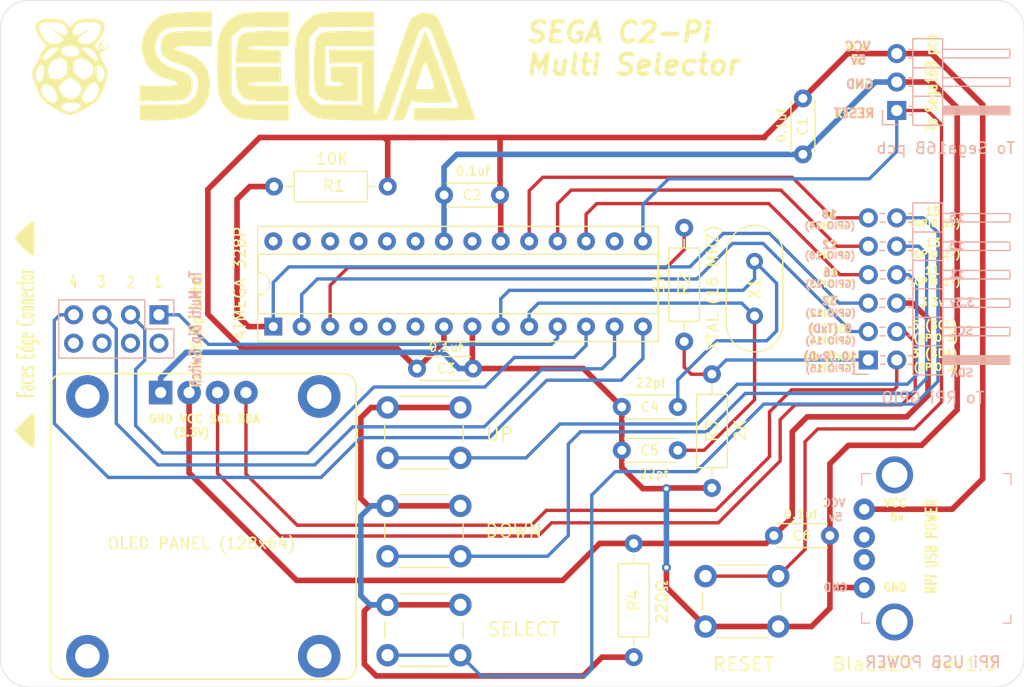
<source format=kicad_pcb>
(kicad_pcb (version 20171130) (host pcbnew "(5.1.9)-1")

  (general
    (thickness 1.6)
    (drawings 84)
    (tracks 279)
    (zones 0)
    (modules 25)
    (nets 1)
  )

  (page A4)
  (layers
    (0 F.Cu signal)
    (31 B.Cu signal)
    (32 B.Adhes user hide)
    (33 F.Adhes user hide)
    (34 B.Paste user hide)
    (35 F.Paste user hide)
    (36 B.SilkS user)
    (37 F.SilkS user)
    (38 B.Mask user hide)
    (39 F.Mask user hide)
    (40 Dwgs.User user hide)
    (41 Cmts.User user hide)
    (42 Eco1.User user hide)
    (43 Eco2.User user hide)
    (44 Edge.Cuts user)
    (45 Margin user hide)
    (46 B.CrtYd user)
    (47 F.CrtYd user)
    (48 B.Fab user hide)
    (49 F.Fab user hide)
  )

  (setup
    (last_trace_width 0.3)
    (user_trace_width 0.3)
    (user_trace_width 0.5)
    (trace_clearance 0.2)
    (zone_clearance 0.508)
    (zone_45_only no)
    (trace_min 0.2)
    (via_size 0.8)
    (via_drill 0.4)
    (via_min_size 0.4)
    (via_min_drill 0.3)
    (uvia_size 0.3)
    (uvia_drill 0.1)
    (uvias_allowed no)
    (uvia_min_size 0.2)
    (uvia_min_drill 0.1)
    (edge_width 0.05)
    (segment_width 0.2)
    (pcb_text_width 0.3)
    (pcb_text_size 1.5 1.5)
    (mod_edge_width 0.12)
    (mod_text_size 1 1)
    (mod_text_width 0.15)
    (pad_size 2.1 2.1)
    (pad_drill 1)
    (pad_to_mask_clearance 0)
    (aux_axis_origin 0 0)
    (visible_elements 7FFFFFFF)
    (pcbplotparams
      (layerselection 0x010fc_ffffffff)
      (usegerberextensions false)
      (usegerberattributes true)
      (usegerberadvancedattributes true)
      (creategerberjobfile true)
      (excludeedgelayer true)
      (linewidth 0.100000)
      (plotframeref false)
      (viasonmask false)
      (mode 1)
      (useauxorigin false)
      (hpglpennumber 1)
      (hpglpenspeed 20)
      (hpglpendiameter 15.000000)
      (psnegative false)
      (psa4output false)
      (plotreference true)
      (plotvalue true)
      (plotinvisibletext false)
      (padsonsilk false)
      (subtractmaskfromsilk false)
      (outputformat 1)
      (mirror false)
      (drillshape 1)
      (scaleselection 1)
      (outputdirectory ""))
  )

  (net 0 "")

  (net_class Default "This is the default net class."
    (clearance 0.2)
    (trace_width 0.25)
    (via_dia 0.8)
    (via_drill 0.4)
    (uvia_dia 0.3)
    (uvia_drill 0.1)
  )

  (module segac2:Generic_0.96in-128x64-OLED-Display-IIC (layer F.Cu) (tedit 607C47E3) (tstamp 607CA79B)
    (at 67.6656 63.5)
    (descr http://www.ebay.com/itm/0-96-I2C-IIC-SPI-Serial-128X64-White-OLED-LCD-LED-Display-Module-for-Arduino-BU/361916106520)
    (fp_text reference "OLED PANEL (128x64)" (at -0.1524 1.524) (layer F.SilkS)
      (effects (font (size 1 1) (thickness 0.15)))
    )
    (fp_text value Display_OLED_LCD_IIC (at 0 0) (layer F.Fab)
      (effects (font (size 2 2) (thickness 0.2)))
    )
    (fp_line (start -13.8 13.8) (end 13.8 13.8) (layer F.CrtYd) (width 0.15))
    (fp_line (start 13.8 -13.8) (end 13.8 13.8) (layer F.CrtYd) (width 0.15))
    (fp_line (start -13.8 -13.8) (end -13.8 13.8) (layer F.CrtYd) (width 0.15))
    (fp_line (start -13.8 -13.8) (end 13.8 -13.8) (layer F.CrtYd) (width 0.15))
    (fp_line (start -13.65 9.5) (end 13.65 9.5) (layer F.Fab) (width 0.15))
    (fp_line (start -13.65 -9.5) (end 13.65 -9.5) (layer F.Fab) (width 0.15))
    (fp_line (start -13.65 -12.5) (end -13.65 12.5) (layer F.SilkS) (width 0.15))
    (fp_line (start -12.5 13.65) (end 12.5 13.65) (layer F.SilkS) (width 0.15))
    (fp_line (start 13.65 -12.5) (end 13.65 12.5) (layer F.SilkS) (width 0.15))
    (fp_line (start -12.5 -13.65) (end 12.5 -13.65) (layer F.SilkS) (width 0.15))
    (fp_arc (start -12.5 12.5) (end -13.65 12.5) (angle -90) (layer F.SilkS) (width 0.15))
    (fp_arc (start 12.5 12.5) (end 12.5 13.65) (angle -90) (layer F.SilkS) (width 0.15))
    (fp_arc (start 12.5 -12.5) (end 13.65 -12.5) (angle -90) (layer F.SilkS) (width 0.15))
    (fp_arc (start -12.5 -12.5) (end -12.5 -13.65) (angle -90) (layer F.SilkS) (width 0.15))
    (pad "" np_thru_hole circle (at 10.35 11.6) (size 3.8 3.8) (drill 2.2) (layers *.Cu *.Mask))
    (pad "" np_thru_hole circle (at -10.35 11.6) (size 3.8 3.8) (drill 2.2) (layers *.Cu *.Mask))
    (pad "" np_thru_hole circle (at -10.35 -11.6) (size 3.8 3.8) (drill 2.2) (layers *.Cu *.Mask))
    (pad 4 thru_hole circle (at 3.81 -11.95) (size 2.1 2.1) (drill 1) (layers *.Cu *.Mask))
    (pad 3 thru_hole circle (at 1.27 -11.95) (size 2.1 2.1) (drill 1) (layers *.Cu *.Mask))
    (pad 2 thru_hole circle (at -1.27 -11.95) (size 2.1 2.1) (drill 1) (layers *.Cu *.Mask))
    (pad 1 thru_hole rect (at -3.81 -11.95) (size 2.1 2.1) (drill 1) (layers *.Cu *.Mask))
    (pad "" np_thru_hole circle (at 10.35 -11.6) (size 3.8 3.8) (drill 2.2) (layers *.Cu *.Mask))
  )

  (module Connector_PinSocket_2.54mm:PinSocket_2x04_P2.54mm_Vertical (layer B.Cu) (tedit 5A19A422) (tstamp 6079E59F)
    (at 63.7032 44.6024 90)
    (descr "Through hole straight socket strip, 2x04, 2.54mm pitch, double cols (from Kicad 4.0.7), script generated")
    (tags "Through hole socket strip THT 2x04 2.54mm double row")
    (fp_text reference "To Multi Dip Switch" (at -1.27 3.2512 90) (layer B.SilkS)
      (effects (font (size 1 0.7) (thickness 0.175)) (justify mirror))
    )
    (fp_text value PinSocket_2x04_P2.54mm_Vertical (at -1.27 -10.39 90) (layer B.Fab)
      (effects (font (size 1 1) (thickness 0.15)) (justify mirror))
    )
    (fp_line (start -3.81 1.27) (end 0.27 1.27) (layer B.Fab) (width 0.1))
    (fp_line (start 0.27 1.27) (end 1.27 0.27) (layer B.Fab) (width 0.1))
    (fp_line (start 1.27 0.27) (end 1.27 -8.89) (layer B.Fab) (width 0.1))
    (fp_line (start 1.27 -8.89) (end -3.81 -8.89) (layer B.Fab) (width 0.1))
    (fp_line (start -3.81 -8.89) (end -3.81 1.27) (layer B.Fab) (width 0.1))
    (fp_line (start -3.87 1.33) (end -1.27 1.33) (layer B.SilkS) (width 0.12))
    (fp_line (start -3.87 1.33) (end -3.87 -8.95) (layer B.SilkS) (width 0.12))
    (fp_line (start -3.87 -8.95) (end 1.33 -8.95) (layer B.SilkS) (width 0.12))
    (fp_line (start 1.33 -1.27) (end 1.33 -8.95) (layer B.SilkS) (width 0.12))
    (fp_line (start -1.27 -1.27) (end 1.33 -1.27) (layer B.SilkS) (width 0.12))
    (fp_line (start -1.27 1.33) (end -1.27 -1.27) (layer B.SilkS) (width 0.12))
    (fp_line (start 1.33 1.33) (end 1.33 0) (layer B.SilkS) (width 0.12))
    (fp_line (start 0 1.33) (end 1.33 1.33) (layer B.SilkS) (width 0.12))
    (fp_line (start -4.34 1.8) (end 1.76 1.8) (layer B.CrtYd) (width 0.05))
    (fp_line (start 1.76 1.8) (end 1.76 -9.4) (layer B.CrtYd) (width 0.05))
    (fp_line (start 1.76 -9.4) (end -4.34 -9.4) (layer B.CrtYd) (width 0.05))
    (fp_line (start -4.34 -9.4) (end -4.34 1.8) (layer B.CrtYd) (width 0.05))
    (fp_text user %R (at -1.27 -3.81 180) (layer B.Fab)
      (effects (font (size 1 1) (thickness 0.15)) (justify mirror))
    )
    (pad 8 thru_hole oval (at -2.54 -7.62 90) (size 1.7 1.7) (drill 1) (layers *.Cu *.Mask))
    (pad 7 thru_hole oval (at 0 -7.62 90) (size 1.7 1.7) (drill 1) (layers *.Cu *.Mask))
    (pad 6 thru_hole oval (at -2.54 -5.08 90) (size 1.7 1.7) (drill 1) (layers *.Cu *.Mask))
    (pad 5 thru_hole oval (at 0 -5.08 90) (size 1.7 1.7) (drill 1) (layers *.Cu *.Mask))
    (pad 4 thru_hole oval (at -2.54 -2.54 90) (size 1.7 1.7) (drill 1) (layers *.Cu *.Mask))
    (pad 3 thru_hole oval (at 0 -2.54 90) (size 1.7 1.7) (drill 1) (layers *.Cu *.Mask))
    (pad 2 thru_hole oval (at -2.54 0 90) (size 1.7 1.7) (drill 1) (layers *.Cu *.Mask))
    (pad 1 thru_hole rect (at 0 0 90) (size 1.7 1.7) (drill 1) (layers *.Cu *.Mask))
    (model ${KISYS3DMOD}/Connector_PinSocket_2.54mm.3dshapes/PinSocket_2x04_P2.54mm_Vertical.wrl
      (at (xyz 0 0 0))
      (scale (xyz 1 1 1))
      (rotate (xyz 0 0 0))
    )
  )

  (module Capacitor_THT:C_Disc_D4.3mm_W1.9mm_P5.00mm (layer F.Cu) (tedit 5AE50EF0) (tstamp 605E2927)
    (at 123.6345 64.3255 180)
    (descr "C, Disc series, Radial, pin pitch=5.00mm, , diameter*width=4.3*1.9mm^2, Capacitor, http://www.vishay.com/docs/45233/krseries.pdf")
    (tags "C Disc series Radial pin pitch 5.00mm  diameter 4.3mm width 1.9mm Capacitor")
    (fp_text reference 0.1uf (at 2.6035 1.905) (layer F.SilkS)
      (effects (font (size 0.8 0.8) (thickness 0.13)))
    )
    (fp_text value C_Disc_D4.3mm_W1.9mm_P5.00mm (at 2.5 2.2) (layer F.Fab)
      (effects (font (size 1 1) (thickness 0.15)))
    )
    (fp_line (start 6.05 -1.2) (end -1.05 -1.2) (layer F.CrtYd) (width 0.05))
    (fp_line (start 6.05 1.2) (end 6.05 -1.2) (layer F.CrtYd) (width 0.05))
    (fp_line (start -1.05 1.2) (end 6.05 1.2) (layer F.CrtYd) (width 0.05))
    (fp_line (start -1.05 -1.2) (end -1.05 1.2) (layer F.CrtYd) (width 0.05))
    (fp_line (start 4.77 1.055) (end 4.77 1.07) (layer F.SilkS) (width 0.12))
    (fp_line (start 4.77 -1.07) (end 4.77 -1.055) (layer F.SilkS) (width 0.12))
    (fp_line (start 0.23 1.055) (end 0.23 1.07) (layer F.SilkS) (width 0.12))
    (fp_line (start 0.23 -1.07) (end 0.23 -1.055) (layer F.SilkS) (width 0.12))
    (fp_line (start 0.23 1.07) (end 4.77 1.07) (layer F.SilkS) (width 0.12))
    (fp_line (start 0.23 -1.07) (end 4.77 -1.07) (layer F.SilkS) (width 0.12))
    (fp_line (start 4.65 -0.95) (end 0.35 -0.95) (layer F.Fab) (width 0.1))
    (fp_line (start 4.65 0.95) (end 4.65 -0.95) (layer F.Fab) (width 0.1))
    (fp_line (start 0.35 0.95) (end 4.65 0.95) (layer F.Fab) (width 0.1))
    (fp_line (start 0.35 -0.95) (end 0.35 0.95) (layer F.Fab) (width 0.1))
    (fp_text user C6 (at 2.5 0) (layer F.SilkS)
      (effects (font (size 0.86 0.86) (thickness 0.129)))
    )
    (pad 2 thru_hole circle (at 5 0 180) (size 1.6 1.6) (drill 0.8) (layers *.Cu *.Mask))
    (pad 1 thru_hole circle (at 0 0 180) (size 1.6 1.6) (drill 0.8) (layers *.Cu *.Mask))
    (model ${KISYS3DMOD}/Capacitor_THT.3dshapes/C_Disc_D4.3mm_W1.9mm_P5.00mm.wrl
      (at (xyz 0 0 0))
      (scale (xyz 1 1 1))
      (rotate (xyz 0 0 0))
    )
  )

  (module Capacitor_THT:C_Disc_D4.3mm_W1.9mm_P5.00mm (layer F.Cu) (tedit 5AE50EF0) (tstamp 605E23FE)
    (at 121.2215 25.273 270)
    (descr "C, Disc series, Radial, pin pitch=5.00mm, , diameter*width=4.3*1.9mm^2, Capacitor, http://www.vishay.com/docs/45233/krseries.pdf")
    (tags "C Disc series Radial pin pitch 5.00mm  diameter 4.3mm width 1.9mm Capacitor")
    (fp_text reference 0.1uf (at 2.413 1.905 90) (layer F.SilkS)
      (effects (font (size 0.8 0.8) (thickness 0.13)))
    )
    (fp_text value C_Disc_D4.3mm_W1.9mm_P5.00mm (at 2.5 2.2 90) (layer F.Fab)
      (effects (font (size 1 1) (thickness 0.15)))
    )
    (fp_line (start 6.05 -1.2) (end -1.05 -1.2) (layer F.CrtYd) (width 0.05))
    (fp_line (start 6.05 1.2) (end 6.05 -1.2) (layer F.CrtYd) (width 0.05))
    (fp_line (start -1.05 1.2) (end 6.05 1.2) (layer F.CrtYd) (width 0.05))
    (fp_line (start -1.05 -1.2) (end -1.05 1.2) (layer F.CrtYd) (width 0.05))
    (fp_line (start 4.77 1.055) (end 4.77 1.07) (layer F.SilkS) (width 0.12))
    (fp_line (start 4.77 -1.07) (end 4.77 -1.055) (layer F.SilkS) (width 0.12))
    (fp_line (start 0.23 1.055) (end 0.23 1.07) (layer F.SilkS) (width 0.12))
    (fp_line (start 0.23 -1.07) (end 0.23 -1.055) (layer F.SilkS) (width 0.12))
    (fp_line (start 0.23 1.07) (end 4.77 1.07) (layer F.SilkS) (width 0.12))
    (fp_line (start 0.23 -1.07) (end 4.77 -1.07) (layer F.SilkS) (width 0.12))
    (fp_line (start 4.65 -0.95) (end 0.35 -0.95) (layer F.Fab) (width 0.1))
    (fp_line (start 4.65 0.95) (end 4.65 -0.95) (layer F.Fab) (width 0.1))
    (fp_line (start 0.35 0.95) (end 4.65 0.95) (layer F.Fab) (width 0.1))
    (fp_line (start 0.35 -0.95) (end 0.35 0.95) (layer F.Fab) (width 0.1))
    (fp_text user C1 (at 2.5 0 90) (layer F.SilkS)
      (effects (font (size 0.86 0.86) (thickness 0.129)))
    )
    (pad 2 thru_hole circle (at 5 0 270) (size 1.6 1.6) (drill 0.8) (layers *.Cu *.Mask))
    (pad 1 thru_hole circle (at 0 0 270) (size 1.6 1.6) (drill 0.8) (layers *.Cu *.Mask))
    (model ${KISYS3DMOD}/Capacitor_THT.3dshapes/C_Disc_D4.3mm_W1.9mm_P5.00mm.wrl
      (at (xyz 0 0 0))
      (scale (xyz 1 1 1))
      (rotate (xyz 0 0 0))
    )
  )

  (module Capacitor_THT:C_Disc_D4.3mm_W1.9mm_P5.00mm (layer F.Cu) (tedit 5AE50EF0) (tstamp 605E1BCF)
    (at 91.7575 49.403 180)
    (descr "C, Disc series, Radial, pin pitch=5.00mm, , diameter*width=4.3*1.9mm^2, Capacitor, http://www.vishay.com/docs/45233/krseries.pdf")
    (tags "C Disc series Radial pin pitch 5.00mm  diameter 4.3mm width 1.9mm Capacitor")
    (fp_text reference 0.1uf (at 2.413 1.905) (layer F.SilkS)
      (effects (font (size 0.8 0.8) (thickness 0.13)))
    )
    (fp_text value C_Disc_D4.3mm_W1.9mm_P5.00mm (at 2.5 2.2) (layer F.Fab)
      (effects (font (size 1 1) (thickness 0.15)))
    )
    (fp_line (start 0.35 -0.95) (end 0.35 0.95) (layer F.Fab) (width 0.1))
    (fp_line (start 0.35 0.95) (end 4.65 0.95) (layer F.Fab) (width 0.1))
    (fp_line (start 4.65 0.95) (end 4.65 -0.95) (layer F.Fab) (width 0.1))
    (fp_line (start 4.65 -0.95) (end 0.35 -0.95) (layer F.Fab) (width 0.1))
    (fp_line (start 0.23 -1.07) (end 4.77 -1.07) (layer F.SilkS) (width 0.12))
    (fp_line (start 0.23 1.07) (end 4.77 1.07) (layer F.SilkS) (width 0.12))
    (fp_line (start 0.23 -1.07) (end 0.23 -1.055) (layer F.SilkS) (width 0.12))
    (fp_line (start 0.23 1.055) (end 0.23 1.07) (layer F.SilkS) (width 0.12))
    (fp_line (start 4.77 -1.07) (end 4.77 -1.055) (layer F.SilkS) (width 0.12))
    (fp_line (start 4.77 1.055) (end 4.77 1.07) (layer F.SilkS) (width 0.12))
    (fp_line (start -1.05 -1.2) (end -1.05 1.2) (layer F.CrtYd) (width 0.05))
    (fp_line (start -1.05 1.2) (end 6.05 1.2) (layer F.CrtYd) (width 0.05))
    (fp_line (start 6.05 1.2) (end 6.05 -1.2) (layer F.CrtYd) (width 0.05))
    (fp_line (start 6.05 -1.2) (end -1.05 -1.2) (layer F.CrtYd) (width 0.05))
    (fp_text user C3 (at 2.413 0) (layer F.SilkS)
      (effects (font (size 0.86 0.86) (thickness 0.129)))
    )
    (pad 1 thru_hole circle (at 0 0 180) (size 1.6 1.6) (drill 0.8) (layers *.Cu *.Mask))
    (pad 2 thru_hole circle (at 5 0 180) (size 1.6 1.6) (drill 0.8) (layers *.Cu *.Mask))
    (model ${KISYS3DMOD}/Capacitor_THT.3dshapes/C_Disc_D4.3mm_W1.9mm_P5.00mm.wrl
      (at (xyz 0 0 0))
      (scale (xyz 1 1 1))
      (rotate (xyz 0 0 0))
    )
  )

  (module Capacitor_THT:C_Disc_D4.3mm_W1.9mm_P5.00mm (layer F.Cu) (tedit 5AE50EF0) (tstamp 605DC9F2)
    (at 94.1705 33.909 180)
    (descr "C, Disc series, Radial, pin pitch=5.00mm, , diameter*width=4.3*1.9mm^2, Capacitor, http://www.vishay.com/docs/45233/krseries.pdf")
    (tags "C Disc series Radial pin pitch 5.00mm  diameter 4.3mm width 1.9mm Capacitor")
    (fp_text reference 0.1uf (at 2.413 2.159) (layer F.SilkS)
      (effects (font (size 0.8 0.8) (thickness 0.13)))
    )
    (fp_text value C_Disc_D4.3mm_W1.9mm_P5.00mm (at 2.5 2.2) (layer F.Fab)
      (effects (font (size 1 1) (thickness 0.15)))
    )
    (fp_line (start 0.35 -0.95) (end 0.35 0.95) (layer F.Fab) (width 0.1))
    (fp_line (start 0.35 0.95) (end 4.65 0.95) (layer F.Fab) (width 0.1))
    (fp_line (start 4.65 0.95) (end 4.65 -0.95) (layer F.Fab) (width 0.1))
    (fp_line (start 4.65 -0.95) (end 0.35 -0.95) (layer F.Fab) (width 0.1))
    (fp_line (start 0.23 -1.07) (end 4.77 -1.07) (layer F.SilkS) (width 0.12))
    (fp_line (start 0.23 1.07) (end 4.77 1.07) (layer F.SilkS) (width 0.12))
    (fp_line (start 0.23 -1.07) (end 0.23 -1.055) (layer F.SilkS) (width 0.12))
    (fp_line (start 0.23 1.055) (end 0.23 1.07) (layer F.SilkS) (width 0.12))
    (fp_line (start 4.77 -1.07) (end 4.77 -1.055) (layer F.SilkS) (width 0.12))
    (fp_line (start 4.77 1.055) (end 4.77 1.07) (layer F.SilkS) (width 0.12))
    (fp_line (start -1.05 -1.2) (end -1.05 1.2) (layer F.CrtYd) (width 0.05))
    (fp_line (start -1.05 1.2) (end 6.05 1.2) (layer F.CrtYd) (width 0.05))
    (fp_line (start 6.05 1.2) (end 6.05 -1.2) (layer F.CrtYd) (width 0.05))
    (fp_line (start 6.05 -1.2) (end -1.05 -1.2) (layer F.CrtYd) (width 0.05))
    (fp_text user C2 (at 2.5 0) (layer F.SilkS)
      (effects (font (size 0.86 0.86) (thickness 0.129)))
    )
    (pad 1 thru_hole circle (at 0 0 180) (size 1.6 1.6) (drill 0.8) (layers *.Cu *.Mask))
    (pad 2 thru_hole circle (at 5 0 180) (size 1.6 1.6) (drill 0.8) (layers *.Cu *.Mask))
    (model ${KISYS3DMOD}/Capacitor_THT.3dshapes/C_Disc_D4.3mm_W1.9mm_P5.00mm.wrl
      (at (xyz 0 0 0))
      (scale (xyz 1 1 1))
      (rotate (xyz 0 0 0))
    )
  )

  (module Resistor_THT:R_Axial_DIN0207_L6.3mm_D2.5mm_P10.16mm_Horizontal (layer F.Cu) (tedit 5AE5139B) (tstamp 605B827E)
    (at 110.617 46.99 90)
    (descr "Resistor, Axial_DIN0207 series, Axial, Horizontal, pin pitch=10.16mm, 0.25W = 1/4W, length*diameter=6.3*2.5mm^2, http://cdn-reichelt.de/documents/datenblatt/B400/1_4W%23YAG.pdf")
    (tags "Resistor Axial_DIN0207 series Axial Horizontal pin pitch 10.16mm 0.25W = 1/4W length 6.3mm diameter 2.5mm")
    (fp_text reference 1K (at 5.2705 -2.286 90) (layer F.SilkS)
      (effects (font (size 1 1) (thickness 0.15)))
    )
    (fp_text value R2 (at 5.08 0 90) (layer F.SilkS)
      (effects (font (size 1 1) (thickness 0.15)))
    )
    (fp_line (start 1.93 -1.25) (end 1.93 1.25) (layer F.Fab) (width 0.1))
    (fp_line (start 1.93 1.25) (end 8.23 1.25) (layer F.Fab) (width 0.1))
    (fp_line (start 8.23 1.25) (end 8.23 -1.25) (layer F.Fab) (width 0.1))
    (fp_line (start 8.23 -1.25) (end 1.93 -1.25) (layer F.Fab) (width 0.1))
    (fp_line (start 0 0) (end 1.93 0) (layer F.Fab) (width 0.1))
    (fp_line (start 10.16 0) (end 8.23 0) (layer F.Fab) (width 0.1))
    (fp_line (start 1.81 -1.37) (end 1.81 1.37) (layer F.SilkS) (width 0.12))
    (fp_line (start 1.81 1.37) (end 8.35 1.37) (layer F.SilkS) (width 0.12))
    (fp_line (start 8.35 1.37) (end 8.35 -1.37) (layer F.SilkS) (width 0.12))
    (fp_line (start 8.35 -1.37) (end 1.81 -1.37) (layer F.SilkS) (width 0.12))
    (fp_line (start 1.04 0) (end 1.81 0) (layer F.SilkS) (width 0.12))
    (fp_line (start 9.12 0) (end 8.35 0) (layer F.SilkS) (width 0.12))
    (fp_line (start -1.05 -1.5) (end -1.05 1.5) (layer F.CrtYd) (width 0.05))
    (fp_line (start -1.05 1.5) (end 11.21 1.5) (layer F.CrtYd) (width 0.05))
    (fp_line (start 11.21 1.5) (end 11.21 -1.5) (layer F.CrtYd) (width 0.05))
    (fp_line (start 11.21 -1.5) (end -1.05 -1.5) (layer F.CrtYd) (width 0.05))
    (fp_text user %R (at 5.08 0 90) (layer F.Fab) hide
      (effects (font (size 1 1) (thickness 0.15)))
    )
    (pad 2 thru_hole oval (at 10.16 0 90) (size 1.6 1.6) (drill 0.8) (layers *.Cu *.Mask))
    (pad 1 thru_hole circle (at 0 0 90) (size 1.6 1.6) (drill 0.8) (layers *.Cu *.Mask))
    (model ${KISYS3DMOD}/Resistor_THT.3dshapes/R_Axial_DIN0207_L6.3mm_D2.5mm_P10.16mm_Horizontal.wrl
      (at (xyz 0 0 0))
      (scale (xyz 1 1 1))
      (rotate (xyz 0 0 0))
    )
  )

  (module Resistor_THT:R_Axial_DIN0207_L6.3mm_D2.5mm_P10.16mm_Horizontal (layer F.Cu) (tedit 5AE5139B) (tstamp 605B644F)
    (at 113.0935 49.911 270)
    (descr "Resistor, Axial_DIN0207 series, Axial, Horizontal, pin pitch=10.16mm, 0.25W = 1/4W, length*diameter=6.3*2.5mm^2, http://cdn-reichelt.de/documents/datenblatt/B400/1_4W%23YAG.pdf")
    (tags "Resistor Axial_DIN0207 series Axial Horizontal pin pitch 10.16mm 0.25W = 1/4W length 6.3mm diameter 2.5mm")
    (fp_text reference 2K (at 5.0165 -2.54 90) (layer F.SilkS)
      (effects (font (size 1 1) (thickness 0.15)))
    )
    (fp_text value R3 (at 5.08 0 90) (layer F.SilkS)
      (effects (font (size 1 1) (thickness 0.15)))
    )
    (fp_line (start 11.21 -1.5) (end -1.05 -1.5) (layer F.CrtYd) (width 0.05))
    (fp_line (start 11.21 1.5) (end 11.21 -1.5) (layer F.CrtYd) (width 0.05))
    (fp_line (start -1.05 1.5) (end 11.21 1.5) (layer F.CrtYd) (width 0.05))
    (fp_line (start -1.05 -1.5) (end -1.05 1.5) (layer F.CrtYd) (width 0.05))
    (fp_line (start 9.12 0) (end 8.35 0) (layer F.SilkS) (width 0.12))
    (fp_line (start 1.04 0) (end 1.81 0) (layer F.SilkS) (width 0.12))
    (fp_line (start 8.35 -1.37) (end 1.81 -1.37) (layer F.SilkS) (width 0.12))
    (fp_line (start 8.35 1.37) (end 8.35 -1.37) (layer F.SilkS) (width 0.12))
    (fp_line (start 1.81 1.37) (end 8.35 1.37) (layer F.SilkS) (width 0.12))
    (fp_line (start 1.81 -1.37) (end 1.81 1.37) (layer F.SilkS) (width 0.12))
    (fp_line (start 10.16 0) (end 8.23 0) (layer F.Fab) (width 0.1))
    (fp_line (start 0 0) (end 1.93 0) (layer F.Fab) (width 0.1))
    (fp_line (start 8.23 -1.25) (end 1.93 -1.25) (layer F.Fab) (width 0.1))
    (fp_line (start 8.23 1.25) (end 8.23 -1.25) (layer F.Fab) (width 0.1))
    (fp_line (start 1.93 1.25) (end 8.23 1.25) (layer F.Fab) (width 0.1))
    (fp_line (start 1.93 -1.25) (end 1.93 1.25) (layer F.Fab) (width 0.1))
    (fp_text user %R (at 5.08 0 90) (layer F.Fab) hide
      (effects (font (size 1 1) (thickness 0.15)))
    )
    (pad 1 thru_hole circle (at 0 0 270) (size 1.6 1.6) (drill 0.8) (layers *.Cu *.Mask))
    (pad 2 thru_hole oval (at 10.16 0 270) (size 1.6 1.6) (drill 0.8) (layers *.Cu *.Mask))
    (model ${KISYS3DMOD}/Resistor_THT.3dshapes/R_Axial_DIN0207_L6.3mm_D2.5mm_P10.16mm_Horizontal.wrl
      (at (xyz 0 0 0))
      (scale (xyz 1 1 1))
      (rotate (xyz 0 0 0))
    )
  )

  (module sega16:arrow (layer F.Cu) (tedit 0) (tstamp 6054ECB1)
    (at 51.6636 37.7444 90)
    (fp_text reference G*** (at 0 0 90) (layer B.SilkS) hide
      (effects (font (size 1.524 1.524) (thickness 0.3)) (justify mirror))
    )
    (fp_text value LOGO (at 0.75 0 90) (layer B.SilkS) hide
      (effects (font (size 1.524 1.524) (thickness 0.3)) (justify mirror))
    )
    (fp_poly (pts (xy 0.047867 -0.789726) (xy 0.230233 -0.634304) (xy 0.479069 -0.403503) (xy 0.768679 -0.120426)
      (xy 0.796868 -0.092167) (xy 1.149905 0.275089) (xy 1.378094 0.543183) (xy 1.487716 0.720097)
      (xy 1.49626 0.796833) (xy 1.457289 0.845973) (xy 1.368299 0.88172) (xy 1.206122 0.906101)
      (xy 0.947591 0.921141) (xy 0.569537 0.928866) (xy 0.048792 0.931299) (xy -0.042333 0.931333)
      (xy -0.586297 0.929514) (xy -0.984121 0.922705) (xy -1.258975 0.908882) (xy -1.434025 0.88602)
      (xy -1.53244 0.852092) (xy -1.577389 0.805075) (xy -1.580927 0.796833) (xy -1.554748 0.682067)
      (xy -1.414634 0.482009) (xy -1.154306 0.188678) (xy -0.881535 -0.092167) (xy -0.589431 -0.378943)
      (xy -0.335703 -0.615599) (xy -0.146048 -0.779033) (xy -0.04616 -0.846141) (xy -0.042333 -0.846667)
      (xy 0.047867 -0.789726)) (layer F.SilkS) (width 0.01))
  )

  (module sega16:arrow (layer F.Cu) (tedit 0) (tstamp 6054ECAC)
    (at 51.689 54.9148 90)
    (fp_text reference G*** (at 0 0 90) (layer B.SilkS) hide
      (effects (font (size 1.524 1.524) (thickness 0.3)) (justify mirror))
    )
    (fp_text value LOGO (at 0.75 0 90) (layer B.SilkS) hide
      (effects (font (size 1.524 1.524) (thickness 0.3)) (justify mirror))
    )
    (fp_poly (pts (xy 0.047867 -0.789726) (xy 0.230233 -0.634304) (xy 0.479069 -0.403503) (xy 0.768679 -0.120426)
      (xy 0.796868 -0.092167) (xy 1.149905 0.275089) (xy 1.378094 0.543183) (xy 1.487716 0.720097)
      (xy 1.49626 0.796833) (xy 1.457289 0.845973) (xy 1.368299 0.88172) (xy 1.206122 0.906101)
      (xy 0.947591 0.921141) (xy 0.569537 0.928866) (xy 0.048792 0.931299) (xy -0.042333 0.931333)
      (xy -0.586297 0.929514) (xy -0.984121 0.922705) (xy -1.258975 0.908882) (xy -1.434025 0.88602)
      (xy -1.53244 0.852092) (xy -1.577389 0.805075) (xy -1.580927 0.796833) (xy -1.554748 0.682067)
      (xy -1.414634 0.482009) (xy -1.154306 0.188678) (xy -0.881535 -0.092167) (xy -0.589431 -0.378943)
      (xy -0.335703 -0.615599) (xy -0.146048 -0.779033) (xy -0.04616 -0.846141) (xy -0.042333 -0.846667)
      (xy 0.047867 -0.789726)) (layer F.SilkS) (width 0.01))
  )

  (module Capacitor_THT:C_Disc_D4.3mm_W1.9mm_P5.00mm (layer F.Cu) (tedit 5AE50EF0) (tstamp 6054C9D8)
    (at 110.0455 56.7055 180)
    (descr "C, Disc series, Radial, pin pitch=5.00mm, , diameter*width=4.3*1.9mm^2, Capacitor, http://www.vishay.com/docs/45233/krseries.pdf")
    (tags "C Disc series Radial pin pitch 5.00mm  diameter 4.3mm width 1.9mm Capacitor")
    (fp_text reference 22pf (at 2.159 -2.0955) (layer F.SilkS)
      (effects (font (size 0.8 0.8) (thickness 0.13)))
    )
    (fp_text value C_Disc_D4.3mm_W1.9mm_P5.00mm (at 2.5 2.2) (layer F.Fab)
      (effects (font (size 1 1) (thickness 0.15)))
    )
    (fp_line (start 0.35 -0.95) (end 0.35 0.95) (layer F.Fab) (width 0.1))
    (fp_line (start 0.35 0.95) (end 4.65 0.95) (layer F.Fab) (width 0.1))
    (fp_line (start 4.65 0.95) (end 4.65 -0.95) (layer F.Fab) (width 0.1))
    (fp_line (start 4.65 -0.95) (end 0.35 -0.95) (layer F.Fab) (width 0.1))
    (fp_line (start 0.23 -1.07) (end 4.77 -1.07) (layer F.SilkS) (width 0.12))
    (fp_line (start 0.23 1.07) (end 4.77 1.07) (layer F.SilkS) (width 0.12))
    (fp_line (start 0.23 -1.07) (end 0.23 -1.055) (layer F.SilkS) (width 0.12))
    (fp_line (start 0.23 1.055) (end 0.23 1.07) (layer F.SilkS) (width 0.12))
    (fp_line (start 4.77 -1.07) (end 4.77 -1.055) (layer F.SilkS) (width 0.12))
    (fp_line (start 4.77 1.055) (end 4.77 1.07) (layer F.SilkS) (width 0.12))
    (fp_line (start -1.05 -1.2) (end -1.05 1.2) (layer F.CrtYd) (width 0.05))
    (fp_line (start -1.05 1.2) (end 6.05 1.2) (layer F.CrtYd) (width 0.05))
    (fp_line (start 6.05 1.2) (end 6.05 -1.2) (layer F.CrtYd) (width 0.05))
    (fp_line (start 6.05 -1.2) (end -1.05 -1.2) (layer F.CrtYd) (width 0.05))
    (fp_text user C5 (at 2.5 0) (layer F.SilkS)
      (effects (font (size 0.86 0.86) (thickness 0.129)))
    )
    (pad 1 thru_hole circle (at 0 0 180) (size 1.6 1.6) (drill 0.8) (layers *.Cu *.Mask))
    (pad 2 thru_hole circle (at 5 0 180) (size 1.6 1.6) (drill 0.8) (layers *.Cu *.Mask))
    (model ${KISYS3DMOD}/Capacitor_THT.3dshapes/C_Disc_D4.3mm_W1.9mm_P5.00mm.wrl
      (at (xyz 0 0 0))
      (scale (xyz 1 1 1))
      (rotate (xyz 0 0 0))
    )
  )

  (module Capacitor_THT:C_Disc_D4.3mm_W1.9mm_P5.00mm (layer F.Cu) (tedit 5AE50EF0) (tstamp 6054C985)
    (at 110.0455 52.832 180)
    (descr "C, Disc series, Radial, pin pitch=5.00mm, , diameter*width=4.3*1.9mm^2, Capacitor, http://www.vishay.com/docs/45233/krseries.pdf")
    (tags "C Disc series Radial pin pitch 5.00mm  diameter 4.3mm width 1.9mm Capacitor")
    (fp_text reference 22pf (at 2.413 2.159) (layer F.SilkS)
      (effects (font (size 0.8 0.8) (thickness 0.13)))
    )
    (fp_text value C_Disc_D4.3mm_W1.9mm_P5.00mm (at 2.5 2.2) (layer F.Fab)
      (effects (font (size 1 1) (thickness 0.15)))
    )
    (fp_line (start 6.05 -1.2) (end -1.05 -1.2) (layer F.CrtYd) (width 0.05))
    (fp_line (start 6.05 1.2) (end 6.05 -1.2) (layer F.CrtYd) (width 0.05))
    (fp_line (start -1.05 1.2) (end 6.05 1.2) (layer F.CrtYd) (width 0.05))
    (fp_line (start -1.05 -1.2) (end -1.05 1.2) (layer F.CrtYd) (width 0.05))
    (fp_line (start 4.77 1.055) (end 4.77 1.07) (layer F.SilkS) (width 0.12))
    (fp_line (start 4.77 -1.07) (end 4.77 -1.055) (layer F.SilkS) (width 0.12))
    (fp_line (start 0.23 1.055) (end 0.23 1.07) (layer F.SilkS) (width 0.12))
    (fp_line (start 0.23 -1.07) (end 0.23 -1.055) (layer F.SilkS) (width 0.12))
    (fp_line (start 0.23 1.07) (end 4.77 1.07) (layer F.SilkS) (width 0.12))
    (fp_line (start 0.23 -1.07) (end 4.77 -1.07) (layer F.SilkS) (width 0.12))
    (fp_line (start 4.65 -0.95) (end 0.35 -0.95) (layer F.Fab) (width 0.1))
    (fp_line (start 4.65 0.95) (end 4.65 -0.95) (layer F.Fab) (width 0.1))
    (fp_line (start 0.35 0.95) (end 4.65 0.95) (layer F.Fab) (width 0.1))
    (fp_line (start 0.35 -0.95) (end 0.35 0.95) (layer F.Fab) (width 0.1))
    (fp_text user C4 (at 2.5 0) (layer F.SilkS)
      (effects (font (size 0.86 0.86) (thickness 0.129)))
    )
    (pad 2 thru_hole circle (at 5 0 180) (size 1.6 1.6) (drill 0.8) (layers *.Cu *.Mask))
    (pad 1 thru_hole circle (at 0 0 180) (size 1.6 1.6) (drill 0.8) (layers *.Cu *.Mask))
    (model ${KISYS3DMOD}/Capacitor_THT.3dshapes/C_Disc_D4.3mm_W1.9mm_P5.00mm.wrl
      (at (xyz 0 0 0))
      (scale (xyz 1 1 1))
      (rotate (xyz 0 0 0))
    )
  )

  (module Package_DIP:DIP-28_W7.62mm_Socket (layer F.Cu) (tedit 5A02E8C5) (tstamp 6053E37C)
    (at 73.914 45.6565 90)
    (descr "28-lead though-hole mounted DIP package, row spacing 7.62 mm (300 mils), Socket")
    (tags "THT DIP DIL PDIP 2.54mm 7.62mm 300mil Socket")
    (fp_text reference "ATMEGA 328P" (at 3.8735 -2.9845 270) (layer F.SilkS)
      (effects (font (size 1 1) (thickness 0.15)))
    )
    (fp_text value DIP-28_W7.62mm_Socket (at 3.81 35.35 90) (layer F.Fab) hide
      (effects (font (size 1 1) (thickness 0.15)))
    )
    (fp_line (start 9.15 -1.6) (end -1.55 -1.6) (layer F.CrtYd) (width 0.05))
    (fp_line (start 9.15 34.65) (end 9.15 -1.6) (layer F.CrtYd) (width 0.05))
    (fp_line (start -1.55 34.65) (end 9.15 34.65) (layer F.CrtYd) (width 0.05))
    (fp_line (start -1.55 -1.6) (end -1.55 34.65) (layer F.CrtYd) (width 0.05))
    (fp_line (start 8.95 -1.39) (end -1.33 -1.39) (layer F.SilkS) (width 0.12))
    (fp_line (start 8.95 34.41) (end 8.95 -1.39) (layer F.SilkS) (width 0.12))
    (fp_line (start -1.33 34.41) (end 8.95 34.41) (layer F.SilkS) (width 0.12))
    (fp_line (start -1.33 -1.39) (end -1.33 34.41) (layer F.SilkS) (width 0.12))
    (fp_line (start 6.46 -1.33) (end 4.81 -1.33) (layer F.SilkS) (width 0.12))
    (fp_line (start 6.46 34.35) (end 6.46 -1.33) (layer F.SilkS) (width 0.12))
    (fp_line (start 1.16 34.35) (end 6.46 34.35) (layer F.SilkS) (width 0.12))
    (fp_line (start 1.16 -1.33) (end 1.16 34.35) (layer F.SilkS) (width 0.12))
    (fp_line (start 2.81 -1.33) (end 1.16 -1.33) (layer F.SilkS) (width 0.12))
    (fp_line (start 8.89 -1.33) (end -1.27 -1.33) (layer F.Fab) (width 0.1))
    (fp_line (start 8.89 34.35) (end 8.89 -1.33) (layer F.Fab) (width 0.1))
    (fp_line (start -1.27 34.35) (end 8.89 34.35) (layer F.Fab) (width 0.1))
    (fp_line (start -1.27 -1.33) (end -1.27 34.35) (layer F.Fab) (width 0.1))
    (fp_line (start 0.635 -0.27) (end 1.635 -1.27) (layer F.Fab) (width 0.1))
    (fp_line (start 0.635 34.29) (end 0.635 -0.27) (layer F.Fab) (width 0.1))
    (fp_line (start 6.985 34.29) (end 0.635 34.29) (layer F.Fab) (width 0.1))
    (fp_line (start 6.985 -1.27) (end 6.985 34.29) (layer F.Fab) (width 0.1))
    (fp_line (start 1.635 -1.27) (end 6.985 -1.27) (layer F.Fab) (width 0.1))
    (fp_text user %R (at 3.81 16.51 90) (layer F.Fab) hide
      (effects (font (size 1 1) (thickness 0.15)))
    )
    (fp_arc (start 3.81 -1.33) (end 2.81 -1.33) (angle -180) (layer F.SilkS) (width 0.12))
    (pad 28 thru_hole oval (at 7.62 0 90) (size 1.6 1.6) (drill 0.8) (layers *.Cu *.Mask))
    (pad 14 thru_hole oval (at 0 33.02 90) (size 1.6 1.6) (drill 0.8) (layers *.Cu *.Mask))
    (pad 27 thru_hole oval (at 7.62 2.54 90) (size 1.6 1.6) (drill 0.8) (layers *.Cu *.Mask))
    (pad 13 thru_hole oval (at 0 30.48 90) (size 1.6 1.6) (drill 0.8) (layers *.Cu *.Mask))
    (pad 26 thru_hole oval (at 7.62 5.08 90) (size 1.6 1.6) (drill 0.8) (layers *.Cu *.Mask))
    (pad 12 thru_hole oval (at 0 27.94 90) (size 1.6 1.6) (drill 0.8) (layers *.Cu *.Mask))
    (pad 25 thru_hole oval (at 7.62 7.62 90) (size 1.6 1.6) (drill 0.8) (layers *.Cu *.Mask))
    (pad 11 thru_hole oval (at 0 25.4 90) (size 1.6 1.6) (drill 0.8) (layers *.Cu *.Mask))
    (pad 24 thru_hole oval (at 7.62 10.16 90) (size 1.6 1.6) (drill 0.8) (layers *.Cu *.Mask))
    (pad 10 thru_hole oval (at 0 22.86 90) (size 1.6 1.6) (drill 0.8) (layers *.Cu *.Mask))
    (pad 23 thru_hole oval (at 7.62 12.7 90) (size 1.6 1.6) (drill 0.8) (layers *.Cu *.Mask))
    (pad 9 thru_hole oval (at 0 20.32 90) (size 1.6 1.6) (drill 0.8) (layers *.Cu *.Mask))
    (pad 22 thru_hole oval (at 7.62 15.24 90) (size 1.6 1.6) (drill 0.8) (layers *.Cu *.Mask))
    (pad 8 thru_hole oval (at 0 17.78 90) (size 1.6 1.6) (drill 0.8) (layers *.Cu *.Mask))
    (pad 21 thru_hole oval (at 7.62 17.78 90) (size 1.6 1.6) (drill 0.8) (layers *.Cu *.Mask))
    (pad 7 thru_hole oval (at 0 15.24 90) (size 1.6 1.6) (drill 0.8) (layers *.Cu *.Mask))
    (pad 20 thru_hole oval (at 7.62 20.32 90) (size 1.6 1.6) (drill 0.8) (layers *.Cu *.Mask))
    (pad 6 thru_hole oval (at 0 12.7 90) (size 1.6 1.6) (drill 0.8) (layers *.Cu *.Mask))
    (pad 19 thru_hole oval (at 7.62 22.86 90) (size 1.6 1.6) (drill 0.8) (layers *.Cu *.Mask))
    (pad 5 thru_hole oval (at 0 10.16 90) (size 1.6 1.6) (drill 0.8) (layers *.Cu *.Mask))
    (pad 18 thru_hole oval (at 7.62 25.4 90) (size 1.6 1.6) (drill 0.8) (layers *.Cu *.Mask))
    (pad 4 thru_hole oval (at 0 7.62 90) (size 1.6 1.6) (drill 0.8) (layers *.Cu *.Mask))
    (pad 17 thru_hole oval (at 7.62 27.94 90) (size 1.6 1.6) (drill 0.8) (layers *.Cu *.Mask))
    (pad 3 thru_hole oval (at 0 5.08 90) (size 1.6 1.6) (drill 0.8) (layers *.Cu *.Mask))
    (pad 16 thru_hole oval (at 7.62 30.48 90) (size 1.6 1.6) (drill 0.8) (layers *.Cu *.Mask))
    (pad 2 thru_hole oval (at 0 2.54 90) (size 1.6 1.6) (drill 0.8) (layers *.Cu *.Mask))
    (pad 15 thru_hole oval (at 7.62 33.02 90) (size 1.6 1.6) (drill 0.8) (layers *.Cu *.Mask))
    (pad 1 thru_hole rect (at 0 0 90) (size 1.6 1.6) (drill 0.8) (layers *.Cu *.Mask))
    (model ${KISYS3DMOD}/Package_DIP.3dshapes/DIP-28_W7.62mm_Socket.wrl
      (at (xyz 0 0 0))
      (scale (xyz 1 1 1))
      (rotate (xyz 0 0 0))
    )
  )

  (module Connector_PinHeader_2.54mm:PinHeader_2x06_P2.54mm_Horizontal (layer B.Cu) (tedit 59FED5CB) (tstamp 60548DB0)
    (at 127.0635 48.641)
    (descr "Through hole angled pin header, 2x06, 2.54mm pitch, 6mm pin length, double rows")
    (tags "Through hole angled pin header THT 2x06 2.54mm double row")
    (fp_text reference "To RPi GPIO" (at 5.7785 3.3655 180) (layer B.SilkS)
      (effects (font (size 1 1) (thickness 0.15)) (justify mirror))
    )
    (fp_text value PinHeader_2x06_P2.54mm_Horizontal (at 5.655 -14.97) (layer B.Fab)
      (effects (font (size 1 1) (thickness 0.15)) (justify mirror))
    )
    (fp_line (start 13.1 1.8) (end -1.8 1.8) (layer B.CrtYd) (width 0.05))
    (fp_line (start 13.1 -14.5) (end 13.1 1.8) (layer B.CrtYd) (width 0.05))
    (fp_line (start -1.8 -14.5) (end 13.1 -14.5) (layer B.CrtYd) (width 0.05))
    (fp_line (start -1.8 1.8) (end -1.8 -14.5) (layer B.CrtYd) (width 0.05))
    (fp_line (start -1.27 1.27) (end 0 1.27) (layer B.SilkS) (width 0.12))
    (fp_line (start -1.27 0) (end -1.27 1.27) (layer B.SilkS) (width 0.12))
    (fp_line (start 1.042929 -13.08) (end 1.497071 -13.08) (layer B.SilkS) (width 0.12))
    (fp_line (start 1.042929 -12.32) (end 1.497071 -12.32) (layer B.SilkS) (width 0.12))
    (fp_line (start 3.582929 -13.08) (end 3.98 -13.08) (layer B.SilkS) (width 0.12))
    (fp_line (start 3.582929 -12.32) (end 3.98 -12.32) (layer B.SilkS) (width 0.12))
    (fp_line (start 12.64 -13.08) (end 6.64 -13.08) (layer B.SilkS) (width 0.12))
    (fp_line (start 12.64 -12.32) (end 12.64 -13.08) (layer B.SilkS) (width 0.12))
    (fp_line (start 6.64 -12.32) (end 12.64 -12.32) (layer B.SilkS) (width 0.12))
    (fp_line (start 3.98 -11.43) (end 6.64 -11.43) (layer B.SilkS) (width 0.12))
    (fp_line (start 1.042929 -10.54) (end 1.497071 -10.54) (layer B.SilkS) (width 0.12))
    (fp_line (start 1.042929 -9.78) (end 1.497071 -9.78) (layer B.SilkS) (width 0.12))
    (fp_line (start 3.582929 -10.54) (end 3.98 -10.54) (layer B.SilkS) (width 0.12))
    (fp_line (start 3.582929 -9.78) (end 3.98 -9.78) (layer B.SilkS) (width 0.12))
    (fp_line (start 12.64 -10.54) (end 6.64 -10.54) (layer B.SilkS) (width 0.12))
    (fp_line (start 12.64 -9.78) (end 12.64 -10.54) (layer B.SilkS) (width 0.12))
    (fp_line (start 6.64 -9.78) (end 12.64 -9.78) (layer B.SilkS) (width 0.12))
    (fp_line (start 3.98 -8.89) (end 6.64 -8.89) (layer B.SilkS) (width 0.12))
    (fp_line (start 1.042929 -8) (end 1.497071 -8) (layer B.SilkS) (width 0.12))
    (fp_line (start 1.042929 -7.24) (end 1.497071 -7.24) (layer B.SilkS) (width 0.12))
    (fp_line (start 3.582929 -8) (end 3.98 -8) (layer B.SilkS) (width 0.12))
    (fp_line (start 3.582929 -7.24) (end 3.98 -7.24) (layer B.SilkS) (width 0.12))
    (fp_line (start 12.64 -8) (end 6.64 -8) (layer B.SilkS) (width 0.12))
    (fp_line (start 12.64 -7.24) (end 12.64 -8) (layer B.SilkS) (width 0.12))
    (fp_line (start 6.64 -7.24) (end 12.64 -7.24) (layer B.SilkS) (width 0.12))
    (fp_line (start 3.98 -6.35) (end 6.64 -6.35) (layer B.SilkS) (width 0.12))
    (fp_line (start 1.042929 -5.46) (end 1.497071 -5.46) (layer B.SilkS) (width 0.12))
    (fp_line (start 1.042929 -4.7) (end 1.497071 -4.7) (layer B.SilkS) (width 0.12))
    (fp_line (start 3.582929 -5.46) (end 3.98 -5.46) (layer B.SilkS) (width 0.12))
    (fp_line (start 3.582929 -4.7) (end 3.98 -4.7) (layer B.SilkS) (width 0.12))
    (fp_line (start 12.64 -5.46) (end 6.64 -5.46) (layer B.SilkS) (width 0.12))
    (fp_line (start 12.64 -4.7) (end 12.64 -5.46) (layer B.SilkS) (width 0.12))
    (fp_line (start 6.64 -4.7) (end 12.64 -4.7) (layer B.SilkS) (width 0.12))
    (fp_line (start 3.98 -3.81) (end 6.64 -3.81) (layer B.SilkS) (width 0.12))
    (fp_line (start 1.042929 -2.92) (end 1.497071 -2.92) (layer B.SilkS) (width 0.12))
    (fp_line (start 1.042929 -2.16) (end 1.497071 -2.16) (layer B.SilkS) (width 0.12))
    (fp_line (start 3.582929 -2.92) (end 3.98 -2.92) (layer B.SilkS) (width 0.12))
    (fp_line (start 3.582929 -2.16) (end 3.98 -2.16) (layer B.SilkS) (width 0.12))
    (fp_line (start 12.64 -2.92) (end 6.64 -2.92) (layer B.SilkS) (width 0.12))
    (fp_line (start 12.64 -2.16) (end 12.64 -2.92) (layer B.SilkS) (width 0.12))
    (fp_line (start 6.64 -2.16) (end 12.64 -2.16) (layer B.SilkS) (width 0.12))
    (fp_line (start 3.98 -1.27) (end 6.64 -1.27) (layer B.SilkS) (width 0.12))
    (fp_line (start 1.11 -0.38) (end 1.497071 -0.38) (layer B.SilkS) (width 0.12))
    (fp_line (start 1.11 0.38) (end 1.497071 0.38) (layer B.SilkS) (width 0.12))
    (fp_line (start 3.582929 -0.38) (end 3.98 -0.38) (layer B.SilkS) (width 0.12))
    (fp_line (start 3.582929 0.38) (end 3.98 0.38) (layer B.SilkS) (width 0.12))
    (fp_line (start 6.64 -0.28) (end 12.64 -0.28) (layer B.SilkS) (width 0.12))
    (fp_line (start 6.64 -0.16) (end 12.64 -0.16) (layer B.SilkS) (width 0.12))
    (fp_line (start 6.64 -0.04) (end 12.64 -0.04) (layer B.SilkS) (width 0.12))
    (fp_line (start 6.64 0.08) (end 12.64 0.08) (layer B.SilkS) (width 0.12))
    (fp_line (start 6.64 0.2) (end 12.64 0.2) (layer B.SilkS) (width 0.12))
    (fp_line (start 6.64 0.32) (end 12.64 0.32) (layer B.SilkS) (width 0.12))
    (fp_line (start 12.64 -0.38) (end 6.64 -0.38) (layer B.SilkS) (width 0.12))
    (fp_line (start 12.64 0.38) (end 12.64 -0.38) (layer B.SilkS) (width 0.12))
    (fp_line (start 6.64 0.38) (end 12.64 0.38) (layer B.SilkS) (width 0.12))
    (fp_line (start 6.64 1.33) (end 3.98 1.33) (layer B.SilkS) (width 0.12))
    (fp_line (start 6.64 -14.03) (end 6.64 1.33) (layer B.SilkS) (width 0.12))
    (fp_line (start 3.98 -14.03) (end 6.64 -14.03) (layer B.SilkS) (width 0.12))
    (fp_line (start 3.98 1.33) (end 3.98 -14.03) (layer B.SilkS) (width 0.12))
    (fp_line (start 6.58 -13.02) (end 12.58 -13.02) (layer B.Fab) (width 0.1))
    (fp_line (start 12.58 -12.38) (end 12.58 -13.02) (layer B.Fab) (width 0.1))
    (fp_line (start 6.58 -12.38) (end 12.58 -12.38) (layer B.Fab) (width 0.1))
    (fp_line (start -0.32 -13.02) (end 4.04 -13.02) (layer B.Fab) (width 0.1))
    (fp_line (start -0.32 -12.38) (end -0.32 -13.02) (layer B.Fab) (width 0.1))
    (fp_line (start -0.32 -12.38) (end 4.04 -12.38) (layer B.Fab) (width 0.1))
    (fp_line (start 6.58 -10.48) (end 12.58 -10.48) (layer B.Fab) (width 0.1))
    (fp_line (start 12.58 -9.84) (end 12.58 -10.48) (layer B.Fab) (width 0.1))
    (fp_line (start 6.58 -9.84) (end 12.58 -9.84) (layer B.Fab) (width 0.1))
    (fp_line (start -0.32 -10.48) (end 4.04 -10.48) (layer B.Fab) (width 0.1))
    (fp_line (start -0.32 -9.84) (end -0.32 -10.48) (layer B.Fab) (width 0.1))
    (fp_line (start -0.32 -9.84) (end 4.04 -9.84) (layer B.Fab) (width 0.1))
    (fp_line (start 6.58 -7.94) (end 12.58 -7.94) (layer B.Fab) (width 0.1))
    (fp_line (start 12.58 -7.3) (end 12.58 -7.94) (layer B.Fab) (width 0.1))
    (fp_line (start 6.58 -7.3) (end 12.58 -7.3) (layer B.Fab) (width 0.1))
    (fp_line (start -0.32 -7.94) (end 4.04 -7.94) (layer B.Fab) (width 0.1))
    (fp_line (start -0.32 -7.3) (end -0.32 -7.94) (layer B.Fab) (width 0.1))
    (fp_line (start -0.32 -7.3) (end 4.04 -7.3) (layer B.Fab) (width 0.1))
    (fp_line (start 6.58 -5.4) (end 12.58 -5.4) (layer B.Fab) (width 0.1))
    (fp_line (start 12.58 -4.76) (end 12.58 -5.4) (layer B.Fab) (width 0.1))
    (fp_line (start 6.58 -4.76) (end 12.58 -4.76) (layer B.Fab) (width 0.1))
    (fp_line (start -0.32 -5.4) (end 4.04 -5.4) (layer B.Fab) (width 0.1))
    (fp_line (start -0.32 -4.76) (end -0.32 -5.4) (layer B.Fab) (width 0.1))
    (fp_line (start -0.32 -4.76) (end 4.04 -4.76) (layer B.Fab) (width 0.1))
    (fp_line (start 6.58 -2.86) (end 12.58 -2.86) (layer B.Fab) (width 0.1))
    (fp_line (start 12.58 -2.22) (end 12.58 -2.86) (layer B.Fab) (width 0.1))
    (fp_line (start 6.58 -2.22) (end 12.58 -2.22) (layer B.Fab) (width 0.1))
    (fp_line (start -0.32 -2.86) (end 4.04 -2.86) (layer B.Fab) (width 0.1))
    (fp_line (start -0.32 -2.22) (end -0.32 -2.86) (layer B.Fab) (width 0.1))
    (fp_line (start -0.32 -2.22) (end 4.04 -2.22) (layer B.Fab) (width 0.1))
    (fp_line (start 6.58 -0.32) (end 12.58 -0.32) (layer B.Fab) (width 0.1))
    (fp_line (start 12.58 0.32) (end 12.58 -0.32) (layer B.Fab) (width 0.1))
    (fp_line (start 6.58 0.32) (end 12.58 0.32) (layer B.Fab) (width 0.1))
    (fp_line (start -0.32 -0.32) (end 4.04 -0.32) (layer B.Fab) (width 0.1))
    (fp_line (start -0.32 0.32) (end -0.32 -0.32) (layer B.Fab) (width 0.1))
    (fp_line (start -0.32 0.32) (end 4.04 0.32) (layer B.Fab) (width 0.1))
    (fp_line (start 4.04 0.635) (end 4.675 1.27) (layer B.Fab) (width 0.1))
    (fp_line (start 4.04 -13.97) (end 4.04 0.635) (layer B.Fab) (width 0.1))
    (fp_line (start 6.58 -13.97) (end 4.04 -13.97) (layer B.Fab) (width 0.1))
    (fp_line (start 6.58 1.27) (end 6.58 -13.97) (layer B.Fab) (width 0.1))
    (fp_line (start 4.675 1.27) (end 6.58 1.27) (layer B.Fab) (width 0.1))
    (fp_text user %R (at 5.31 -6.35 -90) (layer B.Fab)
      (effects (font (size 1 1) (thickness 0.15)) (justify mirror))
    )
    (pad 12 thru_hole oval (at 2.54 -12.7) (size 1.7 1.7) (drill 1) (layers *.Cu *.Mask))
    (pad 11 thru_hole oval (at 0 -12.7) (size 1.7 1.7) (drill 1) (layers *.Cu *.Mask))
    (pad 10 thru_hole oval (at 2.54 -10.16) (size 1.7 1.7) (drill 1) (layers *.Cu *.Mask))
    (pad 9 thru_hole oval (at 0 -10.16) (size 1.7 1.7) (drill 1) (layers *.Cu *.Mask))
    (pad 8 thru_hole oval (at 2.54 -7.62) (size 1.7 1.7) (drill 1) (layers *.Cu *.Mask))
    (pad 7 thru_hole oval (at 0 -7.62) (size 1.7 1.7) (drill 1) (layers *.Cu *.Mask))
    (pad 6 thru_hole oval (at 2.54 -5.08) (size 1.7 1.7) (drill 1) (layers *.Cu *.Mask))
    (pad 5 thru_hole oval (at 0 -5.08) (size 1.7 1.7) (drill 1) (layers *.Cu *.Mask))
    (pad 4 thru_hole oval (at 2.54 -2.54) (size 1.7 1.7) (drill 1) (layers *.Cu *.Mask))
    (pad 3 thru_hole oval (at 0 -2.54) (size 1.7 1.7) (drill 1) (layers *.Cu *.Mask))
    (pad 2 thru_hole oval (at 2.54 0) (size 1.7 1.7) (drill 1) (layers *.Cu *.Mask))
    (pad 1 thru_hole rect (at 0 0) (size 1.7 1.7) (drill 1) (layers *.Cu *.Mask))
    (model ${KISYS3DMOD}/Connector_PinHeader_2.54mm.3dshapes/PinHeader_2x06_P2.54mm_Horizontal.wrl
      (at (xyz 0 0 0))
      (scale (xyz 1 1 1))
      (rotate (xyz 0 0 0))
    )
  )

  (module Button_Switch_THT:SW_PUSH_6mm (layer F.Cu) (tedit 5A02FE31) (tstamp 6053EBFC)
    (at 112.522 67.945)
    (descr https://www.omron.com/ecb/products/pdf/en-b3f.pdf)
    (tags "tact sw push 6mm")
    (fp_text reference RESET (at 3.3655 7.874) (layer F.SilkS)
      (effects (font (size 1.2 1.2) (thickness 0.15)))
    )
    (fp_text value SW_PUSH_6mm (at 3.75 6.7) (layer F.Fab) hide
      (effects (font (size 1 1) (thickness 0.15)))
    )
    (fp_line (start 3.25 -0.75) (end 6.25 -0.75) (layer F.Fab) (width 0.1))
    (fp_line (start 6.25 -0.75) (end 6.25 5.25) (layer F.Fab) (width 0.1))
    (fp_line (start 6.25 5.25) (end 0.25 5.25) (layer F.Fab) (width 0.1))
    (fp_line (start 0.25 5.25) (end 0.25 -0.75) (layer F.Fab) (width 0.1))
    (fp_line (start 0.25 -0.75) (end 3.25 -0.75) (layer F.Fab) (width 0.1))
    (fp_line (start 7.75 6) (end 8 6) (layer F.CrtYd) (width 0.05))
    (fp_line (start 8 6) (end 8 5.75) (layer F.CrtYd) (width 0.05))
    (fp_line (start 7.75 -1.5) (end 8 -1.5) (layer F.CrtYd) (width 0.05))
    (fp_line (start 8 -1.5) (end 8 -1.25) (layer F.CrtYd) (width 0.05))
    (fp_line (start -1.5 -1.25) (end -1.5 -1.5) (layer F.CrtYd) (width 0.05))
    (fp_line (start -1.5 -1.5) (end -1.25 -1.5) (layer F.CrtYd) (width 0.05))
    (fp_line (start -1.5 5.75) (end -1.5 6) (layer F.CrtYd) (width 0.05))
    (fp_line (start -1.5 6) (end -1.25 6) (layer F.CrtYd) (width 0.05))
    (fp_line (start -1.25 -1.5) (end 7.75 -1.5) (layer F.CrtYd) (width 0.05))
    (fp_line (start -1.5 5.75) (end -1.5 -1.25) (layer F.CrtYd) (width 0.05))
    (fp_line (start 7.75 6) (end -1.25 6) (layer F.CrtYd) (width 0.05))
    (fp_line (start 8 -1.25) (end 8 5.75) (layer F.CrtYd) (width 0.05))
    (fp_line (start 1 5.5) (end 5.5 5.5) (layer F.SilkS) (width 0.12))
    (fp_line (start -0.25 1.5) (end -0.25 3) (layer F.SilkS) (width 0.12))
    (fp_line (start 5.5 -1) (end 1 -1) (layer F.SilkS) (width 0.12))
    (fp_line (start 6.75 3) (end 6.75 1.5) (layer F.SilkS) (width 0.12))
    (fp_circle (center 3.25 2.25) (end 1.25 2.5) (layer F.Fab) (width 0.1))
    (fp_text user %R (at 3.25 2.25) (layer F.Fab) hide
      (effects (font (size 1 1) (thickness 0.15)))
    )
    (pad 2 thru_hole circle (at 0 4.5 90) (size 2 2) (drill 1.1) (layers *.Cu *.Mask))
    (pad 1 thru_hole circle (at 0 0 90) (size 2 2) (drill 1.1) (layers *.Cu *.Mask))
    (pad 2 thru_hole circle (at 6.5 4.5 90) (size 2 2) (drill 1.1) (layers *.Cu *.Mask))
    (pad 1 thru_hole circle (at 6.5 0 90) (size 2 2) (drill 1.1) (layers *.Cu *.Mask))
    (model ${KISYS3DMOD}/Button_Switch_THT.3dshapes/SW_PUSH_6mm.wrl
      (at (xyz 0 0 0))
      (scale (xyz 1 1 1))
      (rotate (xyz 0 0 0))
    )
  )

  (module Crystal:Crystal_HC49-U_Vertical (layer F.Cu) (tedit 5A1AD3B8) (tstamp 6053DFE2)
    (at 116.9035 44.704 90)
    (descr "Crystal THT HC-49/U http://5hertz.com/pdfs/04404_D.pdf")
    (tags "THT crystalHC-49/U")
    (fp_text reference "XTAL (16 MHZ)" (at 2.4765 -3.7465 90) (layer F.SilkS)
      (effects (font (size 1 1) (thickness 0.15)))
    )
    (fp_text value Crystal_HC49-U_Vertical (at 2.44 3.525 90) (layer F.Fab)
      (effects (font (size 1 1) (thickness 0.15)))
    )
    (fp_line (start 8.4 -2.8) (end -3.5 -2.8) (layer F.CrtYd) (width 0.05))
    (fp_line (start 8.4 2.8) (end 8.4 -2.8) (layer F.CrtYd) (width 0.05))
    (fp_line (start -3.5 2.8) (end 8.4 2.8) (layer F.CrtYd) (width 0.05))
    (fp_line (start -3.5 -2.8) (end -3.5 2.8) (layer F.CrtYd) (width 0.05))
    (fp_line (start -0.685 2.525) (end 5.565 2.525) (layer F.SilkS) (width 0.12))
    (fp_line (start -0.685 -2.525) (end 5.565 -2.525) (layer F.SilkS) (width 0.12))
    (fp_line (start -0.56 2) (end 5.44 2) (layer F.Fab) (width 0.1))
    (fp_line (start -0.56 -2) (end 5.44 -2) (layer F.Fab) (width 0.1))
    (fp_line (start -0.685 2.325) (end 5.565 2.325) (layer F.Fab) (width 0.1))
    (fp_line (start -0.685 -2.325) (end 5.565 -2.325) (layer F.Fab) (width 0.1))
    (fp_arc (start 5.565 0) (end 5.565 -2.525) (angle 180) (layer F.SilkS) (width 0.12))
    (fp_arc (start -0.685 0) (end -0.685 -2.525) (angle -180) (layer F.SilkS) (width 0.12))
    (fp_arc (start 5.44 0) (end 5.44 -2) (angle 180) (layer F.Fab) (width 0.1))
    (fp_arc (start -0.56 0) (end -0.56 -2) (angle -180) (layer F.Fab) (width 0.1))
    (fp_arc (start 5.565 0) (end 5.565 -2.325) (angle 180) (layer F.Fab) (width 0.1))
    (fp_arc (start -0.685 0) (end -0.685 -2.325) (angle -180) (layer F.Fab) (width 0.1))
    (fp_text user X1 (at 2.44 0 90) (layer F.SilkS)
      (effects (font (size 1 1) (thickness 0.15)))
    )
    (pad 2 thru_hole circle (at 4.88 0 90) (size 1.5 1.5) (drill 0.8) (layers *.Cu *.Mask))
    (pad 1 thru_hole circle (at 0 0 90) (size 1.5 1.5) (drill 0.8) (layers *.Cu *.Mask))
    (model ${KISYS3DMOD}/Crystal.3dshapes/Crystal_HC49-U_Vertical.wrl
      (at (xyz 0 0 0))
      (scale (xyz 1 1 1))
      (rotate (xyz 0 0 0))
    )
  )

  (module digikey-footprints:USB_A_Female_UE27AC54100 (layer B.Cu) (tedit 5D25FE01) (tstamp 6054763D)
    (at 129.413 65.4685 270)
    (fp_text reference "RPi USB POWER" (at 10.16 -3.429 180) (layer B.SilkS)
      (effects (font (size 1 1) (thickness 0.15)) (justify mirror))
    )
    (fp_text value USB_A_Female_UE27AC54100 (at 0 -12 270) (layer B.Fab) hide
      (effects (font (size 1 1) (thickness 0.15)) (justify mirror))
    )
    (fp_line (start -6.55 2.82) (end 6.55 2.82) (layer B.Fab) (width 0.1))
    (fp_line (start 6.55 2.82) (end 6.55 -10.28) (layer B.Fab) (width 0.1))
    (fp_line (start -6.55 2.82) (end -6.55 -10.28) (layer B.Fab) (width 0.1))
    (fp_line (start -6.55 -10.28) (end 6.55 -10.28) (layer B.Fab) (width 0.1))
    (fp_line (start 6.675 2.935) (end 6.675 2.21) (layer B.SilkS) (width 0.1))
    (fp_line (start 5.725 2.935) (end 6.675 2.935) (layer B.SilkS) (width 0.1))
    (fp_line (start -6.675 2.935) (end -6.675 2.135) (layer B.SilkS) (width 0.1))
    (fp_line (start -5.65 2.935) (end -6.675 2.935) (layer B.SilkS) (width 0.1))
    (fp_line (start 6.675 -10.395) (end 5.975 -10.395) (layer B.SilkS) (width 0.1))
    (fp_line (start 6.675 -9.745) (end 6.675 -10.395) (layer B.SilkS) (width 0.1))
    (fp_line (start -6.675 -10.395) (end -6.675 -9.72) (layer B.SilkS) (width 0.1))
    (fp_line (start -5.7 -10.395) (end -6.675 -10.395) (layer B.SilkS) (width 0.1))
    (fp_line (start -8.45 3.94) (end 8.45 3.94) (layer B.CrtYd) (width 0.05))
    (fp_line (start 8.45 3.94) (end 8.45 -10.57) (layer B.CrtYd) (width 0.05))
    (fp_line (start -8.45 3.94) (end -8.45 -10.57) (layer B.CrtYd) (width 0.05))
    (fp_line (start -8.45 -10.57) (end 8.45 -10.57) (layer B.CrtYd) (width 0.05))
    (fp_text user %R (at -0.025 -0.975 270) (layer B.Fab) hide
      (effects (font (size 1 1) (thickness 0.15)) (justify mirror))
    )
    (pad 4 thru_hole circle (at 3.5 2.71 270) (size 1.9 1.9) (drill 0.92) (layers *.Cu *.Mask))
    (pad 3 thru_hole circle (at 1 2.71 270) (size 1.9 1.9) (drill 0.92) (layers *.Cu *.Mask))
    (pad 2 thru_hole circle (at -1 2.71 270) (size 1.9 1.9) (drill 0.92) (layers *.Cu *.Mask))
    (pad 1 thru_hole circle (at -3.5 2.71 270) (size 1.9 1.9) (drill 0.92) (layers *.Cu *.Mask))
    (pad SH thru_hole circle (at 6.57 0 270) (size 3.3 3.3) (drill 2.3) (layers *.Cu *.Mask))
    (pad SH thru_hole circle (at -6.57 0 270) (size 3.3 3.3) (drill 2.3) (layers *.Cu *.Mask))
  )

  (module Connector_PinHeader_2.54mm:PinHeader_1x03_P2.54mm_Horizontal (layer B.Cu) (tedit 59FED5CB) (tstamp 60466959)
    (at 129.6035 26.3525)
    (descr "Through hole angled pin header, 1x03, 2.54mm pitch, 6mm pin length, single row")
    (tags "Through hole angled pin header THT 1x03 2.54mm single row")
    (fp_text reference "To Sega16B pcb" (at 4.3815 3.3655) (layer B.SilkS)
      (effects (font (size 1 1) (thickness 0.15)) (justify mirror))
    )
    (fp_text value PinHeader_1x03_P2.54mm_Horizontal (at 4.385 -7.35 180) (layer B.Fab) hide
      (effects (font (size 1 1) (thickness 0.15)) (justify mirror))
    )
    (fp_line (start 2.135 1.27) (end 4.04 1.27) (layer B.Fab) (width 0.1))
    (fp_line (start 4.04 1.27) (end 4.04 -6.35) (layer B.Fab) (width 0.1))
    (fp_line (start 4.04 -6.35) (end 1.5 -6.35) (layer B.Fab) (width 0.1))
    (fp_line (start 1.5 -6.35) (end 1.5 0.635) (layer B.Fab) (width 0.1))
    (fp_line (start 1.5 0.635) (end 2.135 1.27) (layer B.Fab) (width 0.1))
    (fp_line (start -0.32 0.32) (end 1.5 0.32) (layer B.Fab) (width 0.1))
    (fp_line (start -0.32 0.32) (end -0.32 -0.32) (layer B.Fab) (width 0.1))
    (fp_line (start -0.32 -0.32) (end 1.5 -0.32) (layer B.Fab) (width 0.1))
    (fp_line (start 4.04 0.32) (end 10.04 0.32) (layer B.Fab) (width 0.1))
    (fp_line (start 10.04 0.32) (end 10.04 -0.32) (layer B.Fab) (width 0.1))
    (fp_line (start 4.04 -0.32) (end 10.04 -0.32) (layer B.Fab) (width 0.1))
    (fp_line (start -0.32 -2.22) (end 1.5 -2.22) (layer B.Fab) (width 0.1))
    (fp_line (start -0.32 -2.22) (end -0.32 -2.86) (layer B.Fab) (width 0.1))
    (fp_line (start -0.32 -2.86) (end 1.5 -2.86) (layer B.Fab) (width 0.1))
    (fp_line (start 4.04 -2.22) (end 10.04 -2.22) (layer B.Fab) (width 0.1))
    (fp_line (start 10.04 -2.22) (end 10.04 -2.86) (layer B.Fab) (width 0.1))
    (fp_line (start 4.04 -2.86) (end 10.04 -2.86) (layer B.Fab) (width 0.1))
    (fp_line (start -0.32 -4.76) (end 1.5 -4.76) (layer B.Fab) (width 0.1))
    (fp_line (start -0.32 -4.76) (end -0.32 -5.4) (layer B.Fab) (width 0.1))
    (fp_line (start -0.32 -5.4) (end 1.5 -5.4) (layer B.Fab) (width 0.1))
    (fp_line (start 4.04 -4.76) (end 10.04 -4.76) (layer B.Fab) (width 0.1))
    (fp_line (start 10.04 -4.76) (end 10.04 -5.4) (layer B.Fab) (width 0.1))
    (fp_line (start 4.04 -5.4) (end 10.04 -5.4) (layer B.Fab) (width 0.1))
    (fp_line (start 1.44 1.33) (end 1.44 -6.41) (layer B.SilkS) (width 0.12))
    (fp_line (start 1.44 -6.41) (end 4.1 -6.41) (layer B.SilkS) (width 0.12))
    (fp_line (start 4.1 -6.41) (end 4.1 1.33) (layer B.SilkS) (width 0.12))
    (fp_line (start 4.1 1.33) (end 1.44 1.33) (layer B.SilkS) (width 0.12))
    (fp_line (start 4.1 0.38) (end 10.1 0.38) (layer B.SilkS) (width 0.12))
    (fp_line (start 10.1 0.38) (end 10.1 -0.38) (layer B.SilkS) (width 0.12))
    (fp_line (start 10.1 -0.38) (end 4.1 -0.38) (layer B.SilkS) (width 0.12))
    (fp_line (start 4.1 0.32) (end 10.1 0.32) (layer B.SilkS) (width 0.12))
    (fp_line (start 4.1 0.2) (end 10.1 0.2) (layer B.SilkS) (width 0.12))
    (fp_line (start 4.1 0.08) (end 10.1 0.08) (layer B.SilkS) (width 0.12))
    (fp_line (start 4.1 -0.04) (end 10.1 -0.04) (layer B.SilkS) (width 0.12))
    (fp_line (start 4.1 -0.16) (end 10.1 -0.16) (layer B.SilkS) (width 0.12))
    (fp_line (start 4.1 -0.28) (end 10.1 -0.28) (layer B.SilkS) (width 0.12))
    (fp_line (start 1.11 0.38) (end 1.44 0.38) (layer B.SilkS) (width 0.12))
    (fp_line (start 1.11 -0.38) (end 1.44 -0.38) (layer B.SilkS) (width 0.12))
    (fp_line (start 1.44 -1.27) (end 4.1 -1.27) (layer B.SilkS) (width 0.12))
    (fp_line (start 4.1 -2.16) (end 10.1 -2.16) (layer B.SilkS) (width 0.12))
    (fp_line (start 10.1 -2.16) (end 10.1 -2.92) (layer B.SilkS) (width 0.12))
    (fp_line (start 10.1 -2.92) (end 4.1 -2.92) (layer B.SilkS) (width 0.12))
    (fp_line (start 1.042929 -2.16) (end 1.44 -2.16) (layer B.SilkS) (width 0.12))
    (fp_line (start 1.042929 -2.92) (end 1.44 -2.92) (layer B.SilkS) (width 0.12))
    (fp_line (start 1.44 -3.81) (end 4.1 -3.81) (layer B.SilkS) (width 0.12))
    (fp_line (start 4.1 -4.7) (end 10.1 -4.7) (layer B.SilkS) (width 0.12))
    (fp_line (start 10.1 -4.7) (end 10.1 -5.46) (layer B.SilkS) (width 0.12))
    (fp_line (start 10.1 -5.46) (end 4.1 -5.46) (layer B.SilkS) (width 0.12))
    (fp_line (start 1.042929 -4.7) (end 1.44 -4.7) (layer B.SilkS) (width 0.12))
    (fp_line (start 1.042929 -5.46) (end 1.44 -5.46) (layer B.SilkS) (width 0.12))
    (fp_line (start -1.27 0) (end -1.27 1.27) (layer B.SilkS) (width 0.12))
    (fp_line (start -1.27 1.27) (end 0 1.27) (layer B.SilkS) (width 0.12))
    (fp_line (start -1.8 1.8) (end -1.8 -6.85) (layer B.CrtYd) (width 0.05))
    (fp_line (start -1.8 -6.85) (end 10.55 -6.85) (layer B.CrtYd) (width 0.05))
    (fp_line (start 10.55 -6.85) (end 10.55 1.8) (layer B.CrtYd) (width 0.05))
    (fp_line (start 10.55 1.8) (end -1.8 1.8) (layer B.CrtYd) (width 0.05))
    (fp_text user %R (at 2.77 -2.54 90) (layer B.Fab) hide
      (effects (font (size 1 1) (thickness 0.15)) (justify mirror))
    )
    (pad 3 thru_hole oval (at 0 -5.08) (size 1.7 1.7) (drill 1) (layers *.Cu *.Mask))
    (pad 2 thru_hole oval (at 0 -2.54) (size 1.7 1.7) (drill 1) (layers *.Cu *.Mask))
    (pad 1 thru_hole rect (at 0 0) (size 1.7 1.7) (drill 1) (layers *.Cu *.Mask))
    (model ${KISYS3DMOD}/Connector_PinHeader_2.54mm.3dshapes/PinHeader_1x03_P2.54mm_Horizontal.wrl
      (at (xyz 0 0 0))
      (scale (xyz 1 1 1))
      (rotate (xyz 0 0 0))
    )
  )

  (module Resistor_THT:R_Axial_DIN0207_L6.3mm_D2.5mm_P10.16mm_Horizontal (layer F.Cu) (tedit 5AE5139B) (tstamp 607CABC2)
    (at 106.1085 75.184 90)
    (descr "Resistor, Axial_DIN0207 series, Axial, Horizontal, pin pitch=10.16mm, 0.25W = 1/4W, length*diameter=6.3*2.5mm^2, http://cdn-reichelt.de/documents/datenblatt/B400/1_4W%23YAG.pdf")
    (tags "Resistor Axial_DIN0207 series Axial Horizontal pin pitch 10.16mm 0.25W = 1/4W length 6.3mm diameter 2.5mm")
    (fp_text reference 220Ω (at 4.953 2.54 90) (layer F.SilkS)
      (effects (font (size 1 1) (thickness 0.15)))
    )
    (fp_text value R4 (at 5.08 0 90) (layer F.SilkS)
      (effects (font (size 1 1) (thickness 0.15)))
    )
    (fp_line (start 1.93 -1.25) (end 1.93 1.25) (layer F.Fab) (width 0.1))
    (fp_line (start 1.93 1.25) (end 8.23 1.25) (layer F.Fab) (width 0.1))
    (fp_line (start 8.23 1.25) (end 8.23 -1.25) (layer F.Fab) (width 0.1))
    (fp_line (start 8.23 -1.25) (end 1.93 -1.25) (layer F.Fab) (width 0.1))
    (fp_line (start 0 0) (end 1.93 0) (layer F.Fab) (width 0.1))
    (fp_line (start 10.16 0) (end 8.23 0) (layer F.Fab) (width 0.1))
    (fp_line (start 1.81 -1.37) (end 1.81 1.37) (layer F.SilkS) (width 0.12))
    (fp_line (start 1.81 1.37) (end 8.35 1.37) (layer F.SilkS) (width 0.12))
    (fp_line (start 8.35 1.37) (end 8.35 -1.37) (layer F.SilkS) (width 0.12))
    (fp_line (start 8.35 -1.37) (end 1.81 -1.37) (layer F.SilkS) (width 0.12))
    (fp_line (start 1.04 0) (end 1.81 0) (layer F.SilkS) (width 0.12))
    (fp_line (start 9.12 0) (end 8.35 0) (layer F.SilkS) (width 0.12))
    (fp_line (start -1.05 -1.5) (end -1.05 1.5) (layer F.CrtYd) (width 0.05))
    (fp_line (start -1.05 1.5) (end 11.21 1.5) (layer F.CrtYd) (width 0.05))
    (fp_line (start 11.21 1.5) (end 11.21 -1.5) (layer F.CrtYd) (width 0.05))
    (fp_line (start 11.21 -1.5) (end -1.05 -1.5) (layer F.CrtYd) (width 0.05))
    (fp_text user %R (at 5.08 0 90) (layer F.Fab) hide
      (effects (font (size 1 1) (thickness 0.15)))
    )
    (pad 2 thru_hole oval (at 10.16 0 90) (size 1.6 1.6) (drill 0.8) (layers *.Cu *.Mask))
    (pad 1 thru_hole circle (at 0 0 90) (size 1.6 1.6) (drill 0.8) (layers *.Cu *.Mask))
    (model ${KISYS3DMOD}/Resistor_THT.3dshapes/R_Axial_DIN0207_L6.3mm_D2.5mm_P10.16mm_Horizontal.wrl
      (at (xyz 0 0 0))
      (scale (xyz 1 1 1))
      (rotate (xyz 0 0 0))
    )
  )

  (module Button_Switch_THT:SW_PUSH_6mm (layer F.Cu) (tedit 5A02FE31) (tstamp 603852C7)
    (at 84.1248 70.5104)
    (descr https://www.omron.com/ecb/products/pdf/en-b3f.pdf)
    (tags "tact sw push 6mm")
    (fp_text reference SELECT (at 12.1412 2.1844) (layer F.SilkS)
      (effects (font (size 1.2 1.2) (thickness 0.15)))
    )
    (fp_text value SW_PUSH_6mm (at 3.75 6.7) (layer F.Fab) hide
      (effects (font (size 1 1) (thickness 0.15)))
    )
    (fp_circle (center 3.25 2.25) (end 1.25 2.5) (layer F.Fab) (width 0.1))
    (fp_line (start 6.75 3) (end 6.75 1.5) (layer F.SilkS) (width 0.12))
    (fp_line (start 5.5 -1) (end 1 -1) (layer F.SilkS) (width 0.12))
    (fp_line (start -0.25 1.5) (end -0.25 3) (layer F.SilkS) (width 0.12))
    (fp_line (start 1 5.5) (end 5.5 5.5) (layer F.SilkS) (width 0.12))
    (fp_line (start 8 -1.25) (end 8 5.75) (layer F.CrtYd) (width 0.05))
    (fp_line (start 7.75 6) (end -1.25 6) (layer F.CrtYd) (width 0.05))
    (fp_line (start -1.5 5.75) (end -1.5 -1.25) (layer F.CrtYd) (width 0.05))
    (fp_line (start -1.25 -1.5) (end 7.75 -1.5) (layer F.CrtYd) (width 0.05))
    (fp_line (start -1.5 6) (end -1.25 6) (layer F.CrtYd) (width 0.05))
    (fp_line (start -1.5 5.75) (end -1.5 6) (layer F.CrtYd) (width 0.05))
    (fp_line (start -1.5 -1.5) (end -1.25 -1.5) (layer F.CrtYd) (width 0.05))
    (fp_line (start -1.5 -1.25) (end -1.5 -1.5) (layer F.CrtYd) (width 0.05))
    (fp_line (start 8 -1.5) (end 8 -1.25) (layer F.CrtYd) (width 0.05))
    (fp_line (start 7.75 -1.5) (end 8 -1.5) (layer F.CrtYd) (width 0.05))
    (fp_line (start 8 6) (end 8 5.75) (layer F.CrtYd) (width 0.05))
    (fp_line (start 7.75 6) (end 8 6) (layer F.CrtYd) (width 0.05))
    (fp_line (start 0.25 -0.75) (end 3.25 -0.75) (layer F.Fab) (width 0.1))
    (fp_line (start 0.25 5.25) (end 0.25 -0.75) (layer F.Fab) (width 0.1))
    (fp_line (start 6.25 5.25) (end 0.25 5.25) (layer F.Fab) (width 0.1))
    (fp_line (start 6.25 -0.75) (end 6.25 5.25) (layer F.Fab) (width 0.1))
    (fp_line (start 3.25 -0.75) (end 6.25 -0.75) (layer F.Fab) (width 0.1))
    (fp_text user %R (at 3.25 2.25) (layer F.Fab) hide
      (effects (font (size 1 1) (thickness 0.15)))
    )
    (pad 1 thru_hole circle (at 6.5 0 90) (size 2 2) (drill 1.1) (layers *.Cu *.Mask))
    (pad 2 thru_hole circle (at 6.5 4.5 90) (size 2 2) (drill 1.1) (layers *.Cu *.Mask))
    (pad 1 thru_hole circle (at 0 0 90) (size 2 2) (drill 1.1) (layers *.Cu *.Mask))
    (pad 2 thru_hole circle (at 0 4.5 90) (size 2 2) (drill 1.1) (layers *.Cu *.Mask))
    (model ${KISYS3DMOD}/Button_Switch_THT.3dshapes/SW_PUSH_6mm.wrl
      (at (xyz 0 0 0))
      (scale (xyz 1 1 1))
      (rotate (xyz 0 0 0))
    )
  )

  (module Button_Switch_THT:SW_PUSH_6mm (layer F.Cu) (tedit 5A02FE31) (tstamp 60384DB8)
    (at 84.1248 61.6712)
    (descr https://www.omron.com/ecb/products/pdf/en-b3f.pdf)
    (tags "tact sw push 6mm")
    (fp_text reference DOWN (at 11.2776 2.2352) (layer F.SilkS)
      (effects (font (size 1.2 1.2) (thickness 0.15)))
    )
    (fp_text value SW_PUSH_6mm (at 3.75 6.7) (layer F.Fab) hide
      (effects (font (size 1 1) (thickness 0.15)))
    )
    (fp_line (start 3.25 -0.75) (end 6.25 -0.75) (layer F.Fab) (width 0.1))
    (fp_line (start 6.25 -0.75) (end 6.25 5.25) (layer F.Fab) (width 0.1))
    (fp_line (start 6.25 5.25) (end 0.25 5.25) (layer F.Fab) (width 0.1))
    (fp_line (start 0.25 5.25) (end 0.25 -0.75) (layer F.Fab) (width 0.1))
    (fp_line (start 0.25 -0.75) (end 3.25 -0.75) (layer F.Fab) (width 0.1))
    (fp_line (start 7.75 6) (end 8 6) (layer F.CrtYd) (width 0.05))
    (fp_line (start 8 6) (end 8 5.75) (layer F.CrtYd) (width 0.05))
    (fp_line (start 7.75 -1.5) (end 8 -1.5) (layer F.CrtYd) (width 0.05))
    (fp_line (start 8 -1.5) (end 8 -1.25) (layer F.CrtYd) (width 0.05))
    (fp_line (start -1.5 -1.25) (end -1.5 -1.5) (layer F.CrtYd) (width 0.05))
    (fp_line (start -1.5 -1.5) (end -1.25 -1.5) (layer F.CrtYd) (width 0.05))
    (fp_line (start -1.5 5.75) (end -1.5 6) (layer F.CrtYd) (width 0.05))
    (fp_line (start -1.5 6) (end -1.25 6) (layer F.CrtYd) (width 0.05))
    (fp_line (start -1.25 -1.5) (end 7.75 -1.5) (layer F.CrtYd) (width 0.05))
    (fp_line (start -1.5 5.75) (end -1.5 -1.25) (layer F.CrtYd) (width 0.05))
    (fp_line (start 7.75 6) (end -1.25 6) (layer F.CrtYd) (width 0.05))
    (fp_line (start 8 -1.25) (end 8 5.75) (layer F.CrtYd) (width 0.05))
    (fp_line (start 1 5.5) (end 5.5 5.5) (layer F.SilkS) (width 0.12))
    (fp_line (start -0.25 1.5) (end -0.25 3) (layer F.SilkS) (width 0.12))
    (fp_line (start 5.5 -1) (end 1 -1) (layer F.SilkS) (width 0.12))
    (fp_line (start 6.75 3) (end 6.75 1.5) (layer F.SilkS) (width 0.12))
    (fp_circle (center 3.25 2.25) (end 1.25 2.5) (layer F.Fab) (width 0.1))
    (fp_text user %R (at 3.25 2.25) (layer F.Fab) hide
      (effects (font (size 1 1) (thickness 0.15)))
    )
    (pad 2 thru_hole circle (at 0 4.5 90) (size 2 2) (drill 1.1) (layers *.Cu *.Mask))
    (pad 1 thru_hole circle (at 0 0 90) (size 2 2) (drill 1.1) (layers *.Cu *.Mask))
    (pad 2 thru_hole circle (at 6.5 4.5 90) (size 2 2) (drill 1.1) (layers *.Cu *.Mask))
    (pad 1 thru_hole circle (at 6.5 0 90) (size 2 2) (drill 1.1) (layers *.Cu *.Mask))
    (model ${KISYS3DMOD}/Button_Switch_THT.3dshapes/SW_PUSH_6mm.wrl
      (at (xyz 0 0 0))
      (scale (xyz 1 1 1))
      (rotate (xyz 0 0 0))
    )
  )

  (module Button_Switch_THT:SW_PUSH_6mm (layer F.Cu) (tedit 5A02FE31) (tstamp 60384D71)
    (at 84.1248 52.8828)
    (descr https://www.omron.com/ecb/products/pdf/en-b3f.pdf)
    (tags "tact sw push 6mm")
    (fp_text reference UP (at 10.0076 2.3876) (layer F.SilkS)
      (effects (font (size 1.2 1.2) (thickness 0.15)))
    )
    (fp_text value SW_PUSH_6mm (at 3.75 6.7) (layer F.Fab) hide
      (effects (font (size 1 1) (thickness 0.15)))
    )
    (fp_circle (center 3.25 2.25) (end 1.25 2.5) (layer F.Fab) (width 0.1))
    (fp_line (start 6.75 3) (end 6.75 1.5) (layer F.SilkS) (width 0.12))
    (fp_line (start 5.5 -1) (end 1 -1) (layer F.SilkS) (width 0.12))
    (fp_line (start -0.25 1.5) (end -0.25 3) (layer F.SilkS) (width 0.12))
    (fp_line (start 1 5.5) (end 5.5 5.5) (layer F.SilkS) (width 0.12))
    (fp_line (start 8 -1.25) (end 8 5.75) (layer F.CrtYd) (width 0.05))
    (fp_line (start 7.75 6) (end -1.25 6) (layer F.CrtYd) (width 0.05))
    (fp_line (start -1.5 5.75) (end -1.5 -1.25) (layer F.CrtYd) (width 0.05))
    (fp_line (start -1.25 -1.5) (end 7.75 -1.5) (layer F.CrtYd) (width 0.05))
    (fp_line (start -1.5 6) (end -1.25 6) (layer F.CrtYd) (width 0.05))
    (fp_line (start -1.5 5.75) (end -1.5 6) (layer F.CrtYd) (width 0.05))
    (fp_line (start -1.5 -1.5) (end -1.25 -1.5) (layer F.CrtYd) (width 0.05))
    (fp_line (start -1.5 -1.25) (end -1.5 -1.5) (layer F.CrtYd) (width 0.05))
    (fp_line (start 8 -1.5) (end 8 -1.25) (layer F.CrtYd) (width 0.05))
    (fp_line (start 7.75 -1.5) (end 8 -1.5) (layer F.CrtYd) (width 0.05))
    (fp_line (start 8 6) (end 8 5.75) (layer F.CrtYd) (width 0.05))
    (fp_line (start 7.75 6) (end 8 6) (layer F.CrtYd) (width 0.05))
    (fp_line (start 0.25 -0.75) (end 3.25 -0.75) (layer F.Fab) (width 0.1))
    (fp_line (start 0.25 5.25) (end 0.25 -0.75) (layer F.Fab) (width 0.1))
    (fp_line (start 6.25 5.25) (end 0.25 5.25) (layer F.Fab) (width 0.1))
    (fp_line (start 6.25 -0.75) (end 6.25 5.25) (layer F.Fab) (width 0.1))
    (fp_line (start 3.25 -0.75) (end 6.25 -0.75) (layer F.Fab) (width 0.1))
    (fp_text user %R (at 3.25 2.25) (layer F.Fab) hide
      (effects (font (size 1 1) (thickness 0.15)))
    )
    (pad 1 thru_hole circle (at 6.5 0 90) (size 2 2) (drill 1.1) (layers *.Cu *.Mask))
    (pad 2 thru_hole circle (at 6.5 4.5 90) (size 2 2) (drill 1.1) (layers *.Cu *.Mask))
    (pad 1 thru_hole circle (at 0 0 90) (size 2 2) (drill 1.1) (layers *.Cu *.Mask))
    (pad 2 thru_hole circle (at 0 4.5 90) (size 2 2) (drill 1.1) (layers *.Cu *.Mask))
    (model ${KISYS3DMOD}/Button_Switch_THT.3dshapes/SW_PUSH_6mm.wrl
      (at (xyz 0 0 0))
      (scale (xyz 1 1 1))
      (rotate (xyz 0 0 0))
    )
  )

  (module sega16:Rpi (layer F.Cu) (tedit 0) (tstamp 6034678A)
    (at 55.6895 22.479)
    (fp_text reference G*** (at 0 0) (layer F.SilkS) hide
      (effects (font (size 1.524 1.524) (thickness 0.3)))
    )
    (fp_text value LOGO (at 0.75 0) (layer F.SilkS) hide
      (effects (font (size 1.524 1.524) (thickness 0.3)))
    )
    (fp_poly (pts (xy -1.064525 -4.288485) (xy -0.529952 -4.12623) (xy -0.153349 -3.86246) (xy -0.117037 -3.815595)
      (xy 0.055452 -3.604702) (xy 0.178775 -3.656334) (xy 0.282674 -3.813228) (xy 0.606095 -4.089427)
      (xy 1.109472 -4.266842) (xy 1.701119 -4.343292) (xy 2.28935 -4.316598) (xy 2.782481 -4.184581)
      (xy 3.088824 -3.94506) (xy 3.12092 -3.8807) (xy 3.142055 -3.417204) (xy 2.924951 -2.854646)
      (xy 2.596213 -2.382676) (xy 2.340183 -2.051961) (xy 2.278922 -1.84914) (xy 2.389535 -1.670962)
      (xy 2.429338 -1.630127) (xy 2.612667 -1.468081) (xy 2.632481 -1.558441) (xy 2.600259 -1.691714)
      (xy 2.627526 -1.972876) (xy 2.787637 -2.231117) (xy 2.995327 -2.363798) (xy 3.125919 -2.324497)
      (xy 3.101968 -2.232687) (xy 3.02327 -2.222501) (xy 2.898964 -2.175682) (xy 3.01305 -1.988237)
      (xy 3.01625 -1.984376) (xy 3.114797 -1.788611) (xy 3.048917 -1.746251) (xy 2.845671 -1.870741)
      (xy 2.803887 -1.944688) (xy 2.733999 -2.000372) (xy 2.711282 -1.865313) (xy 2.811112 -1.645702)
      (xy 3.049299 -1.59118) (xy 3.292993 -1.701747) (xy 3.392369 -1.865313) (xy 3.448969 -2.019774)
      (xy 3.446392 -1.869645) (xy 3.442075 -1.825625) (xy 3.272778 -1.539612) (xy 3.05407 -1.457365)
      (xy 2.806019 -1.369113) (xy 2.767568 -1.14001) (xy 2.799201 -0.981115) (xy 2.95032 -0.568861)
      (xy 3.104578 -0.3175) (xy 3.379697 0.183566) (xy 3.415064 0.796386) (xy 3.211927 1.567112)
      (xy 3.159239 1.703509) (xy 2.924408 2.242013) (xy 2.694063 2.691628) (xy 2.555628 2.904854)
      (xy 2.205239 3.221618) (xy 1.688598 3.571943) (xy 1.104171 3.901416) (xy 0.550421 4.155623)
      (xy 0.125813 4.280153) (xy 0.058608 4.284741) (xy -0.309922 4.198494) (xy -0.828692 3.972335)
      (xy -1.369592 3.666087) (xy -1.579912 3.529409) (xy -0.692968 3.529409) (xy -0.579504 3.751511)
      (xy -0.343786 3.906007) (xy 0.190226 4.02282) (xy 0.68233 3.826304) (xy 0.880663 3.64292)
      (xy 1.049511 3.420034) (xy 0.963202 3.310634) (xy 0.754161 3.250175) (xy 0.202148 3.171911)
      (xy -0.254683 3.211261) (xy -0.568875 3.339877) (xy -0.692968 3.529409) (xy -1.579912 3.529409)
      (xy -1.914652 3.311876) (xy -2.271634 3.030874) (xy -2.518759 2.729455) (xy -2.734249 2.313994)
      (xy -2.858792 2.018546) (xy -2.493215 2.018546) (xy -2.388784 2.438925) (xy -2.115446 2.829117)
      (xy -1.729823 3.101233) (xy -1.393428 3.175) (xy -1.163447 3.05543) (xy -1.134477 2.908724)
      (xy 1.151358 2.908724) (xy 1.195137 3.02355) (xy 1.446582 3.165302) (xy 1.824491 3.113467)
      (xy 2.198143 2.897187) (xy 2.525993 2.467304) (xy 2.636736 1.977833) (xy 2.505398 1.542359)
      (xy 2.498232 1.532373) (xy 2.343961 1.359474) (xy 2.184991 1.358018) (xy 1.921424 1.544832)
      (xy 1.794105 1.650968) (xy 1.421917 2.064784) (xy 1.193198 2.517195) (xy 1.151358 2.908724)
      (xy -1.134477 2.908724) (xy -1.11125 2.791108) (xy -1.192392 2.223315) (xy -1.393207 1.949411)
      (xy -0.921503 1.949411) (xy -0.752615 2.269629) (xy -0.623478 2.439216) (xy -0.191688 2.781932)
      (xy 0.290526 2.828614) (xy 0.757804 2.574613) (xy 0.79375 2.54) (xy 1.072144 2.104632)
      (xy 1.033762 1.67859) (xy 0.692966 1.281522) (xy 0.254065 1.00974) (xy -0.105478 1.0038)
      (xy -0.487185 1.268605) (xy -0.562841 1.342159) (xy -0.860564 1.68221) (xy -0.921503 1.949411)
      (xy -1.393207 1.949411) (xy -1.472685 1.841007) (xy -1.74952 1.665184) (xy -2.082813 1.525511)
      (xy -2.279748 1.563682) (xy -2.372118 1.65587) (xy -2.493215 2.018546) (xy -2.858792 2.018546)
      (xy -2.973576 1.74625) (xy -3.224475 1.058569) (xy -3.313124 0.559189) (xy -3.305221 0.515735)
      (xy -2.981336 0.515735) (xy -2.977349 0.978204) (xy -2.832088 1.231912) (xy -2.616887 1.356634)
      (xy -2.456357 1.216781) (xy -2.330305 0.789127) (xy -2.299163 0.618943) (xy -2.284165 0.407869)
      (xy -1.898202 0.407869) (xy -1.789152 0.824323) (xy -1.7145 0.92075) (xy -1.34763 1.09029)
      (xy -0.881874 1.068008) (xy -0.464737 0.862324) (xy -0.449063 0.84852) (xy -0.237239 0.48912)
      (xy -0.163322 0.013599) (xy -0.212778 -0.279312) (xy 0.339205 -0.279312) (xy 0.353534 0.153384)
      (xy 0.543965 0.582981) (xy 0.865448 0.921407) (xy 1.272938 1.080587) (xy 1.41851 1.078782)
      (xy 1.813206 0.893235) (xy 2.055482 0.602587) (xy 2.162855 0.365885) (xy 2.436718 0.365885)
      (xy 2.491058 0.812965) (xy 2.592104 1.19862) (xy 2.649408 1.318594) (xy 2.790228 1.340249)
      (xy 2.973755 1.162469) (xy 3.125816 0.881021) (xy 3.175 0.639981) (xy 3.092563 0.320185)
      (xy 2.898076 0.004586) (xy 2.670769 -0.203939) (xy 2.512036 -0.220843) (xy 2.440055 -0.019694)
      (xy 2.436718 0.365885) (xy 2.162855 0.365885) (xy 2.199614 0.284851) (xy 2.167206 0.036713)
      (xy 1.965415 -0.270538) (xy 1.565042 -0.621155) (xy 1.092059 -0.773228) (xy 0.655757 -0.699308)
      (xy 0.546025 -0.627033) (xy 0.339205 -0.279312) (xy -0.212778 -0.279312) (xy -0.237702 -0.426922)
      (xy -0.349251 -0.603251) (xy -0.725437 -0.778534) (xy -1.184593 -0.727263) (xy -1.5875 -0.47625)
      (xy -1.826734 -0.072411) (xy -1.898202 0.407869) (xy -2.284165 0.407869) (xy -2.262875 0.108278)
      (xy -2.344992 -0.179479) (xy -2.521849 -0.213654) (xy -2.759753 0.021944) (xy -2.981336 0.515735)
      (xy -3.305221 0.515735) (xy -3.241351 0.16459) (xy -3.016251 -0.202069) (xy -2.792716 -0.553702)
      (xy -2.752214 -0.675183) (xy -2.361024 -0.675183) (xy -2.210139 -0.62716) (xy -1.906642 -0.77593)
      (xy -1.488714 -1.129904) (xy -1.428751 -1.190625) (xy -1.279019 -1.34511) (xy -0.722113 -1.34511)
      (xy -0.635 -1.190625) (xy -0.348033 -1.024441) (xy 0.073975 -0.953845) (xy 0.505576 -0.978674)
      (xy 0.821327 -1.098761) (xy 0.895867 -1.192647) (xy 0.883498 -1.52533) (xy 0.740253 -1.664396)
      (xy 1.173072 -1.664396) (xy 1.301405 -1.493895) (xy 1.637467 -1.166917) (xy 1.717284 -1.091545)
      (xy 2.169274 -0.697938) (xy 2.434784 -0.551255) (xy 2.524264 -0.64937) (xy 2.46472 -0.939597)
      (xy 2.168759 -1.448758) (xy 1.707603 -1.713786) (xy 1.457098 -1.742281) (xy 1.231843 -1.729999)
      (xy 1.173072 -1.664396) (xy 0.740253 -1.664396) (xy 0.620196 -1.78095) (xy 0.171926 -1.901955)
      (xy 0.079375 -1.905) (xy -0.391657 -1.825463) (xy -0.676148 -1.621505) (xy -0.722113 -1.34511)
      (xy -1.279019 -1.34511) (xy -0.890218 -1.74625) (xy -1.306712 -1.74625) (xy -1.760892 -1.598386)
      (xy -2.052228 -1.327967) (xy -2.321114 -0.911589) (xy -2.361024 -0.675183) (xy -2.752214 -0.675183)
      (xy -2.698758 -0.835516) (xy -2.698751 -0.837069) (xy -2.606182 -1.114974) (xy -2.382045 -1.470864)
      (xy -2.368477 -1.488307) (xy -2.038204 -1.908182) (xy -2.447898 -2.395076) (xy -2.829659 -2.9744)
      (xy -2.978961 -3.456484) (xy -2.68049 -3.456484) (xy -2.534166 -3.014461) (xy -2.254975 -2.538734)
      (xy -2.098122 -2.341563) (xy -1.754395 -2.137676) (xy -1.292256 -2.07) (xy -0.858444 -2.144193)
      (xy -0.648443 -2.285678) (xy -0.580052 -2.472102) (xy -0.717331 -2.696416) (xy -0.986193 -2.939878)
      (xy -1.508125 -3.37215) (xy -0.917254 -3.043424) (xy -0.46811 -2.851255) (xy -0.225317 -2.896449)
      (xy -0.178762 -3.184101) (xy -0.194796 -3.267341) (xy 0.348122 -3.267341) (xy 0.370888 -2.904821)
      (xy 0.391843 -2.865641) (xy 0.595283 -2.828884) (xy 1.021815 -2.990166) (xy 1.240226 -3.103325)
      (xy 1.591233 -3.287995) (xy 1.741737 -3.352036) (xy 1.68774 -3.302645) (xy 1.184944 -2.934431)
      (xy 0.909606 -2.676578) (xy 0.816466 -2.476871) (xy 0.841669 -2.326602) (xy 1.074816 -2.102456)
      (xy 1.464548 -2.046723) (xy 1.905495 -2.148406) (xy 2.29229 -2.396511) (xy 2.373177 -2.486419)
      (xy 2.683902 -2.989773) (xy 2.823346 -3.454177) (xy 2.768862 -3.794044) (xy 2.731537 -3.840713)
      (xy 2.439128 -3.969396) (xy 1.961782 -4.037061) (xy 1.427154 -4.038295) (xy 0.962901 -3.967688)
      (xy 0.832212 -3.921224) (xy 0.521213 -3.652444) (xy 0.348122 -3.267341) (xy -0.194796 -3.267341)
      (xy -0.219374 -3.394932) (xy -0.426321 -3.755039) (xy -0.844371 -3.964458) (xy -1.498735 -4.029256)
      (xy -2.414622 -3.955499) (xy -2.500313 -3.943743) (xy -2.675391 -3.790885) (xy -2.68049 -3.456484)
      (xy -2.978961 -3.456484) (xy -2.998867 -3.520757) (xy -2.962171 -3.8807) (xy -2.705891 -4.145333)
      (xy -2.243512 -4.300119) (xy -1.666051 -4.347142) (xy -1.064525 -4.288485)) (layer F.SilkS) (width 0.01))
    (fp_poly (pts (xy -1.5875 -3.413125) (xy -1.666875 -3.33375) (xy -1.74625 -3.413125) (xy -1.666875 -3.4925)
      (xy -1.5875 -3.413125)) (layer F.SilkS) (width 0.01))
  )

  (module sega16:sega16 (layer F.Cu) (tedit 0) (tstamp 60346747)
    (at 76.8985 22.606)
    (fp_text reference G*** (at 0 0) (layer F.SilkS) hide
      (effects (font (size 1.524 1.524) (thickness 0.3)))
    )
    (fp_text value LOGO (at 0.75 0) (layer F.SilkS) hide
      (effects (font (size 1.524 1.524) (thickness 0.3)))
    )
    (fp_poly (pts (xy -8.466667 -2.001213) (xy -10.172828 -2.001213) (xy -11.015624 -1.982248) (xy -11.565618 -1.926812)
      (xy -11.819891 -1.837094) (xy -11.775524 -1.715279) (xy -11.429596 -1.563557) (xy -10.942588 -1.424346)
      (xy -9.992462 -1.063825) (xy -9.293176 -0.52533) (xy -8.841819 0.194759) (xy -8.635479 1.100062)
      (xy -8.620606 1.462424) (xy -8.756145 2.445773) (xy -9.148214 3.278316) (xy -9.774995 3.930864)
      (xy -10.614668 4.37423) (xy -10.852727 4.448266) (xy -11.262549 4.517808) (xy -11.885968 4.573518)
      (xy -12.628781 4.608613) (xy -13.200303 4.617323) (xy -14.932121 4.618181) (xy -14.932121 3.232727)
      (xy -12.856368 3.232727) (xy -12.020182 3.230755) (xy -11.432001 3.218096) (xy -11.031952 3.184633)
      (xy -10.760162 3.120252) (xy -10.556756 3.014837) (xy -10.361863 2.858272) (xy -10.29659 2.800251)
      (xy -9.970432 2.438791) (xy -9.801379 2.021405) (xy -9.738814 1.600227) (xy -9.717056 1.094205)
      (xy -9.799283 0.744513) (xy -10.024451 0.406545) (xy -10.077708 0.342277) (xy -10.650371 -0.118781)
      (xy -11.133359 -0.308931) (xy -12.013511 -0.58445) (xy -12.611807 -0.912658) (xy -12.952995 -1.3183)
      (xy -13.061828 -1.826118) (xy -13.02421 -2.199207) (xy -12.913848 -2.617525) (xy -12.732671 -2.918175)
      (xy -12.433091 -3.122027) (xy -11.967518 -3.249946) (xy -11.288361 -3.3228) (xy -10.37524 -3.360737)
      (xy -8.466667 -3.411777) (xy -8.466667 -2.001213)) (layer F.SilkS) (width 0.01))
    (fp_poly (pts (xy -1.539394 -3.694546) (xy -5.6909 -3.694546) (xy -6.193632 -3.245355) (xy -6.696364 -2.796165)
      (xy -6.696364 2.334345) (xy -5.6909 3.232727) (xy -1.539394 3.232727) (xy -1.539394 4.618181)
      (xy -3.502121 4.611424) (xy -4.599674 4.585286) (xy -5.447791 4.51673) (xy -6.02035 4.408017)
      (xy -6.080606 4.388472) (xy -6.757834 4.00413) (xy -7.338642 3.401698) (xy -7.744771 2.670425)
      (xy -7.834235 2.388503) (xy -7.914919 1.875716) (xy -7.968804 1.142226) (xy -7.995986 0.27403)
      (xy -7.996563 -0.642873) (xy -7.970633 -1.522485) (xy -7.918293 -2.278809) (xy -7.839641 -2.825845)
      (xy -7.828275 -2.873993) (xy -7.515104 -3.599894) (xy -7.000446 -4.246006) (xy -6.36477 -4.72625)
      (xy -5.926667 -4.908174) (xy -5.527934 -4.975588) (xy -4.908818 -5.030526) (xy -4.156746 -5.067011)
      (xy -3.425151 -5.079142) (xy -1.539394 -5.08) (xy -1.539394 -3.694546)) (layer F.SilkS) (width 0.01))
    (fp_poly (pts (xy 6.003636 -3.694546) (xy 1.135177 -3.694546) (xy 0.683043 -3.22262) (xy 0.230909 -2.750693)
      (xy 0.230909 2.288874) (xy 0.683043 2.760801) (xy 1.135177 3.232727) (xy 4.926061 3.232727)
      (xy 4.926061 -0.461819) (xy 2.001212 -0.461819) (xy 2.001212 -1.693334) (xy 6.003636 -1.693334)
      (xy 6.008318 1.346969) (xy 6.016908 2.480166) (xy 6.03855 3.326717) (xy 6.072935 3.880927)
      (xy 6.119756 4.137097) (xy 6.158967 4.137425) (xy 6.247098 3.930272) (xy 6.421573 3.472858)
      (xy 6.667602 2.805713) (xy 6.97039 1.969369) (xy 7.315146 1.004356) (xy 7.687076 -0.048794)
      (xy 7.693621 -0.067434) (xy 8.067248 -1.125697) (xy 8.415165 -2.100123) (xy 8.722305 -2.949376)
      (xy 8.9736 -3.632124) (xy 9.153983 -4.10703) (xy 9.248384 -4.332762) (xy 9.248696 -4.333346)
      (xy 9.562175 -4.653147) (xy 10.053074 -4.899592) (xy 10.591686 -5.020847) (xy 10.926312 -5.003774)
      (xy 11.349407 -4.819578) (xy 11.682547 -4.559145) (xy 11.824222 -4.317682) (xy 12.050411 -3.817842)
      (xy 12.347787 -3.093167) (xy 12.70302 -2.177199) (xy 13.102781 -1.103479) (xy 13.533741 0.094452)
      (xy 13.549152 0.138008) (xy 13.935052 1.231444) (xy 14.28546 2.228447) (xy 14.587761 3.092799)
      (xy 14.829343 3.78828) (xy 14.997592 4.278672) (xy 15.079894 4.527756) (xy 15.086061 4.551199)
      (xy 14.94022 4.572596) (xy 14.53508 4.591166) (xy 13.919219 4.605733) (xy 13.141211 4.615123)
      (xy 12.315152 4.618181) (xy 9.544243 4.618181) (xy 9.544243 3.540606) (xy 11.545455 3.540606)
      (xy 12.289904 3.533761) (xy 12.908783 3.515033) (xy 13.344937 3.487132) (xy 13.54121 3.452765)
      (xy 13.546667 3.445751) (xy 13.496228 3.26935) (xy 13.356963 2.854252) (xy 13.146952 2.250486)
      (xy 12.884275 1.508077) (xy 12.58701 0.677052) (xy 12.273237 -0.192562) (xy 11.961035 -1.050737)
      (xy 11.668484 -1.847449) (xy 11.413662 -2.532669) (xy 11.21465 -3.056371) (xy 11.089525 -3.368528)
      (xy 11.06467 -3.422106) (xy 10.786169 -3.650965) (xy 10.519636 -3.665287) (xy 10.381494 -3.629295)
      (xy 10.253728 -3.533056) (xy 10.118627 -3.339319) (xy 9.958482 -3.01083) (xy 9.755583 -2.510335)
      (xy 9.492218 -1.800584) (xy 9.150677 -0.844321) (xy 9.069856 -0.615758) (xy 8.719231 0.375577)
      (xy 8.374698 1.347519) (xy 8.059971 2.233332) (xy 7.798762 2.966283) (xy 7.614783 3.479635)
      (xy 7.606673 3.502121) (xy 7.203916 4.618181) (xy 4.33317 4.611424) (xy 3.128724 4.59944)
      (xy 2.199103 4.568465) (xy 1.511721 4.516415) (xy 1.033989 4.441207) (xy 0.846667 4.388472)
      (xy 0.169439 4.00413) (xy -0.411369 3.401698) (xy -0.817498 2.670425) (xy -0.906963 2.388503)
      (xy -0.987647 1.875716) (xy -1.041531 1.142226) (xy -1.068713 0.27403) (xy -1.06929 -0.642873)
      (xy -1.04336 -1.522485) (xy -0.99102 -2.278809) (xy -0.912368 -2.825845) (xy -0.901002 -2.873993)
      (xy -0.587831 -3.599894) (xy -0.073173 -4.246006) (xy 0.562503 -4.72625) (xy 1.000606 -4.908174)
      (xy 1.380893 -4.970711) (xy 1.992015 -5.023034) (xy 2.756975 -5.060457) (xy 3.59878 -5.078293)
      (xy 3.81 -5.079142) (xy 6.003636 -5.08) (xy 6.003636 -3.694546)) (layer F.SilkS) (width 0.01))
    (fp_poly (pts (xy 10.65632 -3.219696) (xy 10.820973 -2.853868) (xy 11.049709 -2.298104) (xy 11.323724 -1.602736)
      (xy 11.624216 -0.818095) (xy 11.932382 0.005485) (xy 12.229419 0.817673) (xy 12.496524 1.568135)
      (xy 12.714895 2.206541) (xy 12.865727 2.682558) (xy 12.930219 2.945854) (xy 12.931288 2.963333)
      (xy 12.787562 3.009728) (xy 12.398141 3.047221) (xy 11.825172 3.071578) (xy 11.237576 3.078787)
      (xy 10.425322 3.067366) (xy 9.891912 3.031046) (xy 9.609085 2.966744) (xy 9.544243 2.89406)
      (xy 9.500228 2.772254) (xy 9.384197 2.901629) (xy 9.220169 3.24085) (xy 9.032164 3.748581)
      (xy 9.012005 3.81) (xy 8.847776 4.274175) (xy 8.697406 4.515048) (xy 8.490305 4.605388)
      (xy 8.228032 4.618181) (xy 7.706261 4.618181) (xy 8.656821 1.847272) (xy 9.711839 1.847272)
      (xy 10.551677 1.847272) (xy 11.013266 1.826717) (xy 11.318309 1.773734) (xy 11.391515 1.723223)
      (xy 11.341892 1.486654) (xy 11.215358 1.0663) (xy 11.045419 0.558679) (xy 10.86558 0.060311)
      (xy 10.709347 -0.332287) (xy 10.612847 -0.519885) (xy 10.504147 -0.47338) (xy 10.373543 -0.19814)
      (xy 10.322097 -0.030296) (xy 10.151968 0.551058) (xy 9.956999 1.151598) (xy 9.932871 1.220801)
      (xy 9.711839 1.847272) (xy 8.656821 1.847272) (xy 9.063382 0.662138) (xy 9.426235 -0.381503)
      (xy 9.763771 -1.325705) (xy 10.061591 -2.132284) (xy 10.305298 -2.763057) (xy 10.480491 -3.179841)
      (xy 10.572772 -3.34445) (xy 10.574552 -3.345255) (xy 10.65632 -3.219696)) (layer F.SilkS) (width 0.01))
    (fp_poly (pts (xy -8.466667 -3.694546) (xy -10.433626 -3.694546) (xy -11.363427 -3.683626) (xy -12.040423 -3.639172)
      (xy -12.519276 -3.54364) (xy -12.854645 -3.379485) (xy -13.101189 -3.129165) (xy -13.313568 -2.775135)
      (xy -13.316637 -2.769209) (xy -13.54505 -2.050016) (xy -13.483229 -1.379098) (xy -13.148271 -0.786401)
      (xy -12.557273 -0.301869) (xy -11.727335 0.044554) (xy -11.706718 0.050341) (xy -11.157122 0.238091)
      (xy -10.693182 0.457584) (xy -10.466984 0.616652) (xy -10.206949 1.076459) (xy -10.177305 1.636332)
      (xy -10.37447 2.196224) (xy -10.531426 2.415961) (xy -10.692877 2.591967) (xy -10.86005 2.713818)
      (xy -11.091321 2.793402) (xy -11.445063 2.842603) (xy -11.979651 2.87331) (xy -12.753461 2.897408)
      (xy -12.917486 2.901822) (xy -14.932121 2.955766) (xy -14.932121 1.539393) (xy -13.238788 1.539393)
      (xy -12.46899 1.531537) (xy -11.961689 1.504179) (xy -11.671817 1.451639) (xy -11.554301 1.368237)
      (xy -11.545454 1.325963) (xy -11.692131 1.158208) (xy -12.104593 1.03099) (xy -12.226904 1.010343)
      (xy -13.095299 0.741893) (xy -13.799019 0.25448) (xy -14.319658 -0.399946) (xy -14.63881 -1.169434)
      (xy -14.738067 -2.002031) (xy -14.599024 -2.845788) (xy -14.203275 -3.648753) (xy -13.979156 -3.93534)
      (xy -13.602761 -4.328725) (xy -13.230949 -4.612493) (xy -12.801737 -4.806557) (xy -12.253141 -4.93083)
      (xy -11.523176 -5.005227) (xy -10.549861 -5.049661) (xy -10.506364 -5.051053) (xy -8.466667 -5.115661)
      (xy -8.466667 -3.694546)) (layer F.SilkS) (width 0.01))
    (fp_poly (pts (xy -2.309091 1.231515) (xy -3.771515 1.231515) (xy -4.461319 1.246869) (xy -4.956786 1.289614)
      (xy -5.210635 1.354773) (xy -5.233939 1.385454) (xy -5.086042 1.453027) (xy -4.665818 1.503023)
      (xy -4.008474 1.532506) (xy -3.386667 1.539393) (xy -1.539394 1.539393) (xy -1.539394 2.924848)
      (xy -3.348182 2.918685) (xy -4.302207 2.898491) (xy -4.984438 2.84306) (xy -5.429321 2.74886)
      (xy -5.563975 2.691414) (xy -5.973051 2.29853) (xy -6.221617 1.649392) (xy -6.311163 0.73997)
      (xy -6.311515 0.669755) (xy -6.311515 -0.15394) (xy -2.309091 -0.15394) (xy -2.309091 1.231515)) (layer F.SilkS) (width 0.01))
    (fp_poly (pts (xy 6.003636 -2.001213) (xy 1.693333 -2.001213) (xy 1.693333 1.539393) (xy 2.46303 1.539393)
      (xy 2.902099 1.511704) (xy 3.180785 1.440905) (xy 3.232727 1.385454) (xy 3.097402 1.283705)
      (xy 2.764648 1.232844) (xy 2.693939 1.231515) (xy 2.362885 1.216727) (xy 2.20612 1.116503)
      (xy 2.158475 0.847054) (xy 2.155152 0.538787) (xy 2.155152 -0.15394) (xy 4.618182 -0.15394)
      (xy 4.618182 2.924848) (xy 3.194243 2.922579) (xy 2.453513 2.899515) (xy 1.841315 2.838647)
      (xy 1.438598 2.748735) (xy 1.388488 2.727121) (xy 1.100184 2.54456) (xy 0.892694 2.301492)
      (xy 0.754833 1.950218) (xy 0.675414 1.443036) (xy 0.64325 0.732248) (xy 0.647156 -0.229846)
      (xy 0.650557 -0.419494) (xy 0.671375 -1.40744) (xy 0.717592 -2.139341) (xy 0.830088 -2.654629)
      (xy 1.049742 -2.992731) (xy 1.417432 -3.193079) (xy 1.974038 -3.295101) (xy 2.760438 -3.338228)
      (xy 3.69839 -3.359273) (xy 6.003636 -3.408848) (xy 6.003636 -2.001213)) (layer F.SilkS) (width 0.01))
    (fp_poly (pts (xy -1.539394 -2.001213) (xy -3.386667 -2.001213) (xy -4.197546 -1.988888) (xy -4.797488 -1.953869)
      (xy -5.15129 -1.899091) (xy -5.233939 -1.847273) (xy -5.088074 -1.774662) (xy -4.681998 -1.722508)
      (xy -4.062988 -1.695787) (xy -3.771515 -1.693334) (xy -2.309091 -1.693334) (xy -2.309091 -0.461819)
      (xy -6.346258 -0.461819) (xy -6.285324 -1.540196) (xy -6.232502 -2.177217) (xy -6.12742 -2.639946)
      (xy -5.925737 -2.957749) (xy -5.583111 -3.159991) (xy -5.055201 -3.276035) (xy -4.297667 -3.335247)
      (xy -3.536768 -3.360416) (xy -1.539394 -3.411134) (xy -1.539394 -2.001213)) (layer F.SilkS) (width 0.01))
  )

  (module Resistor_THT:R_Axial_DIN0207_L6.3mm_D2.5mm_P10.16mm_Horizontal (layer F.Cu) (tedit 5AE5139B) (tstamp 60343A0D)
    (at 73.9775 33.147)
    (descr "Resistor, Axial_DIN0207 series, Axial, Horizontal, pin pitch=10.16mm, 0.25W = 1/4W, length*diameter=6.3*2.5mm^2, http://cdn-reichelt.de/documents/datenblatt/B400/1_4W%23YAG.pdf")
    (tags "Resistor Axial_DIN0207 series Axial Horizontal pin pitch 10.16mm 0.25W = 1/4W length 6.3mm diameter 2.5mm")
    (fp_text reference 10K (at 5.207 -2.4765) (layer F.SilkS)
      (effects (font (size 1 1) (thickness 0.15)))
    )
    (fp_text value R1 (at 5.334 -0.0635) (layer F.SilkS)
      (effects (font (size 1 1) (thickness 0.15)))
    )
    (fp_line (start 1.93 -1.25) (end 1.93 1.25) (layer F.Fab) (width 0.1))
    (fp_line (start 1.93 1.25) (end 8.23 1.25) (layer F.Fab) (width 0.1))
    (fp_line (start 8.23 1.25) (end 8.23 -1.25) (layer F.Fab) (width 0.1))
    (fp_line (start 8.23 -1.25) (end 1.93 -1.25) (layer F.Fab) (width 0.1))
    (fp_line (start 0 0) (end 1.93 0) (layer F.Fab) (width 0.1))
    (fp_line (start 10.16 0) (end 8.23 0) (layer F.Fab) (width 0.1))
    (fp_line (start 1.81 -1.37) (end 1.81 1.37) (layer F.SilkS) (width 0.12))
    (fp_line (start 1.81 1.37) (end 8.35 1.37) (layer F.SilkS) (width 0.12))
    (fp_line (start 8.35 1.37) (end 8.35 -1.37) (layer F.SilkS) (width 0.12))
    (fp_line (start 8.35 -1.37) (end 1.81 -1.37) (layer F.SilkS) (width 0.12))
    (fp_line (start 1.04 0) (end 1.81 0) (layer F.SilkS) (width 0.12))
    (fp_line (start 9.12 0) (end 8.35 0) (layer F.SilkS) (width 0.12))
    (fp_line (start -1.05 -1.5) (end -1.05 1.5) (layer F.CrtYd) (width 0.05))
    (fp_line (start -1.05 1.5) (end 11.21 1.5) (layer F.CrtYd) (width 0.05))
    (fp_line (start 11.21 1.5) (end 11.21 -1.5) (layer F.CrtYd) (width 0.05))
    (fp_line (start 11.21 -1.5) (end -1.05 -1.5) (layer F.CrtYd) (width 0.05))
    (fp_text user %R (at 5.08 0) (layer F.Fab) hide
      (effects (font (size 1 1) (thickness 0.15)))
    )
    (pad 2 thru_hole oval (at 10.16 0) (size 1.6 1.6) (drill 0.8) (layers *.Cu *.Mask))
    (pad 1 thru_hole circle (at 0 0) (size 1.6 1.6) (drill 0.8) (layers *.Cu *.Mask))
    (model ${KISYS3DMOD}/Resistor_THT.3dshapes/R_Axial_DIN0207_L6.3mm_D2.5mm_P10.16mm_Horizontal.wrl
      (at (xyz 0 0 0))
      (scale (xyz 1 1 1))
      (rotate (xyz 0 0 0))
    )
  )

  (gr_text "(3.3V)" (at 66.5988 55.118) (layer F.SilkS) (tstamp 607CAA9C)
    (effects (font (size 0.7 0.7) (thickness 0.17)))
  )
  (gr_text SDA (at 71.7296 53.8988) (layer F.SilkS) (tstamp 607CAA2F)
    (effects (font (size 0.7 0.7) (thickness 0.17)))
  )
  (gr_text SCL (at 69.1896 53.8988) (layer F.SilkS) (tstamp 607CAA2D)
    (effects (font (size 0.7 0.7) (thickness 0.17)))
  )
  (gr_text VCC (at 66.5988 53.8988) (layer F.SilkS) (tstamp 607CA96D)
    (effects (font (size 0.7 0.7) (thickness 0.17)))
  )
  (gr_text "(GPIO 3)" (at 133.096 49.276) (layer F.SilkS) (tstamp 605B7B31)
    (effects (font (size 0.6 0.6) (thickness 0.15)))
  )
  (gr_text "(GPIO 3)" (at 133.096 46.6725) (layer F.SilkS) (tstamp 605B7B2F)
    (effects (font (size 0.6 0.6) (thickness 0.15)))
  )
  (gr_text "(GPIO 15)" (at 123.698 49.403) (layer B.SilkS) (tstamp 605B76EF)
    (effects (font (size 0.6 0.6) (thickness 0.15)) (justify mirror))
  )
  (gr_text "(GPIO 14)" (at 123.698 46.9265) (layer B.SilkS) (tstamp 605B76EB)
    (effects (font (size 0.6 0.6) (thickness 0.15)) (justify mirror))
  )
  (gr_text "(GPIO 15)" (at 123.698 49.403) (layer F.SilkS) (tstamp 605B76D9)
    (effects (font (size 0.6 0.6) (thickness 0.15)))
  )
  (gr_text "(GPIO 14)" (at 123.698 46.9265) (layer F.SilkS) (tstamp 605B76D7)
    (effects (font (size 0.6 0.6) (thickness 0.15)))
  )
  (gr_text "(GPIO 17)" (at 133.0325 41.656) (layer F.SilkS) (tstamp 605B756B)
    (effects (font (size 0.6 0.6) (thickness 0.15)))
  )
  (gr_text "(GPIO 27)" (at 133.0325 39.1795) (layer F.SilkS) (tstamp 605B7560)
    (effects (font (size 0.6 0.6) (thickness 0.15)))
  )
  (gr_text "(GPIO 22)" (at 133.0325 36.449) (layer F.SilkS) (tstamp 605B7557)
    (effects (font (size 0.6 0.6) (thickness 0.15)))
  )
  (gr_text "(GPIO 12)" (at 123.698 44.45) (layer B.SilkS) (tstamp 605B73F2)
    (effects (font (size 0.6 0.6) (thickness 0.15)) (justify mirror))
  )
  (gr_text "(GPIO 23)" (at 123.698 41.8465) (layer B.SilkS) (tstamp 605B73E7)
    (effects (font (size 0.6 0.6) (thickness 0.15)) (justify mirror))
  )
  (gr_text "(GPIO 24)" (at 123.6345 36.6395) (layer F.SilkS) (tstamp 605B73D1)
    (effects (font (size 0.6 0.6) (thickness 0.15)))
  )
  (gr_text "(GPIO 24)" (at 123.6345 36.6395) (layer B.SilkS) (tstamp 605B73C8)
    (effects (font (size 0.6 0.6) (thickness 0.15)) (justify mirror))
  )
  (gr_text "(GPIO 12)" (at 123.698 44.45) (layer F.SilkS) (tstamp 605B73C4)
    (effects (font (size 0.6 0.6) (thickness 0.15)))
  )
  (gr_text "(GPIO 23)" (at 123.698 41.8465) (layer F.SilkS) (tstamp 605B73B6)
    (effects (font (size 0.6 0.6) (thickness 0.15)))
  )
  (gr_text "(GPIO 18)" (at 123.6345 39.3065) (layer F.SilkS) (tstamp 605B7251)
    (effects (font (size 0.6 0.6) (thickness 0.15)))
  )
  (gr_text "(GPIO 18)" (at 123.6345 39.3065) (layer B.SilkS) (tstamp 605B7244)
    (effects (font (size 0.6 0.6) (thickness 0.15)) (justify mirror))
  )
  (gr_text SDA (at 135.4455 49.784) (layer B.SilkS) (tstamp 6054F986)
    (effects (font (size 0.7 0.7) (thickness 0.17)) (justify mirror))
  )
  (gr_text 15 (at 134.9375 35.8775) (layer B.SilkS) (tstamp 6054F985)
    (effects (font (size 0.7 0.7) (thickness 0.17)) (justify mirror))
  )
  (gr_text 11 (at 134.9375 40.9575) (layer B.SilkS) (tstamp 6054F984)
    (effects (font (size 0.7 0.7) (thickness 0.17)) (justify mirror))
  )
  (gr_text 13 (at 134.9375 38.4175) (layer B.SilkS) (tstamp 6054F983)
    (effects (font (size 0.7 0.7) (thickness 0.17)) (justify mirror))
  )
  (gr_text SCL (at 135.4455 46.0375) (layer B.SilkS) (tstamp 6054F982)
    (effects (font (size 0.7 0.7) (thickness 0.17)) (justify mirror))
  )
  (gr_text 3.3v (at 135.4455 43.4975) (layer B.SilkS) (tstamp 6054F981)
    (effects (font (size 0.7 0.7) (thickness 0.17)) (justify mirror))
  )
  (gr_text "10 (RxD)" (at 123.6345 48.3235) (layer B.SilkS) (tstamp 6054F818)
    (effects (font (size 0.7 0.7) (thickness 0.17)) (justify mirror))
  )
  (gr_text 12 (at 123.6345 38.354) (layer B.SilkS) (tstamp 6054F817)
    (effects (font (size 0.7 0.7) (thickness 0.17)) (justify mirror))
  )
  (gr_text 32 (at 123.6345 43.3705) (layer B.SilkS) (tstamp 6054F816)
    (effects (font (size 0.7 0.7) (thickness 0.17)) (justify mirror))
  )
  (gr_text "8 (TxD)" (at 123.6345 45.847) (layer B.SilkS) (tstamp 6054F815)
    (effects (font (size 0.7 0.7) (thickness 0.17)) (justify mirror))
  )
  (gr_text 18 (at 123.571 35.6235) (layer B.SilkS) (tstamp 6054F814)
    (effects (font (size 0.7 0.7) (thickness 0.17)) (justify mirror))
  )
  (gr_text 16 (at 123.698 40.8305) (layer B.SilkS) (tstamp 6054F813)
    (effects (font (size 0.7 0.7) (thickness 0.17)) (justify mirror))
  )
  (gr_text 5v (at 126.1745 21.844) (layer B.SilkS) (tstamp 6054F6AF)
    (effects (font (size 0.8 0.8) (thickness 0.18)) (justify mirror))
  )
  (gr_text VCC (at 126.111 20.6375) (layer B.SilkS) (tstamp 6054F6AE)
    (effects (font (size 0.8 0.8) (thickness 0.18)) (justify mirror))
  )
  (gr_text GND (at 126.3015 24.003) (layer B.SilkS) (tstamp 6054F6AD)
    (effects (font (size 0.8 0.8) (thickness 0.18)) (justify mirror))
  )
  (gr_text RESET (at 125.7935 26.6065) (layer B.SilkS) (tstamp 6054F6AC)
    (effects (font (size 0.8 0.8) (thickness 0.18)) (justify mirror))
  )
  (gr_text "RPi USB POWER" (at 132.715 65.278 90) (layer F.SilkS) (tstamp 6054F2F0)
    (effects (font (size 1 0.7) (thickness 0.175)))
  )
  (gr_text "Faces Edge Connector" (at 51.816 46.2788 90) (layer F.SilkS) (tstamp 6054ECB0)
    (effects (font (size 1.45 0.68) (thickness 0.17)))
  )
  (gr_text 5v (at 126.1745 21.844) (layer F.SilkS) (tstamp 6054CBD7)
    (effects (font (size 0.8 0.8) (thickness 0.18)))
  )
  (gr_text "3 (SDA)" (at 132.969 48.0695) (layer F.SilkS) (tstamp 6054955C)
    (effects (font (size 0.7 0.7) (thickness 0.17)))
  )
  (gr_text 13 (at 132.842 38.1635) (layer F.SilkS) (tstamp 6054955B)
    (effects (font (size 0.7 0.7) (thickness 0.17)))
  )
  (gr_text 3.3v (at 132.7785 43.4975) (layer F.SilkS) (tstamp 6054955A)
    (effects (font (size 0.7 0.7) (thickness 0.17)))
  )
  (gr_text "5 (SCL)" (at 132.969 45.5295) (layer F.SilkS) (tstamp 60549559)
    (effects (font (size 0.7 0.7) (thickness 0.17)))
  )
  (gr_text 15 (at 132.842 35.3695) (layer F.SilkS) (tstamp 60549558)
    (effects (font (size 0.7 0.7) (thickness 0.17)))
  )
  (gr_text 11 (at 132.7785 40.64) (layer F.SilkS) (tstamp 60549557)
    (effects (font (size 0.7 0.7) (thickness 0.17)))
  )
  (gr_text "10 (RxD)" (at 123.6345 48.3235) (layer F.SilkS) (tstamp 60549554)
    (effects (font (size 0.7 0.7) (thickness 0.17)))
  )
  (gr_text "8 (TxD)" (at 123.6345 45.847) (layer F.SilkS) (tstamp 60549553)
    (effects (font (size 0.7 0.7) (thickness 0.17)))
  )
  (gr_text 32 (at 123.6345 43.3705) (layer F.SilkS) (tstamp 6054954E)
    (effects (font (size 0.7 0.7) (thickness 0.17)))
  )
  (gr_text 16 (at 123.698 40.8305) (layer F.SilkS) (tstamp 6054954D)
    (effects (font (size 0.7 0.7) (thickness 0.17)))
  )
  (gr_text 12 (at 123.6345 38.354) (layer F.SilkS) (tstamp 60549549)
    (effects (font (size 0.7 0.7) (thickness 0.17)))
  )
  (gr_text 18 (at 123.571 35.6235) (layer F.SilkS) (tstamp 60549546)
    (effects (font (size 0.7 0.7) (thickness 0.17)))
  )
  (gr_text RESET (at 125.7935 26.6065) (layer F.SilkS) (tstamp 6053E58A)
    (effects (font (size 0.8 0.8) (thickness 0.18)))
  )
  (gr_text GND (at 126.3015 24.003) (layer F.SilkS) (tstamp 6053E586)
    (effects (font (size 0.8 0.8) (thickness 0.18)))
  )
  (gr_text VCC (at 126.111 20.6375) (layer F.SilkS) (tstamp 6053E57B)
    (effects (font (size 0.8 0.8) (thickness 0.18)))
  )
  (gr_text GND (at 129.4765 68.961) (layer F.SilkS) (tstamp 6046A027)
    (effects (font (size 0.7 0.7) (thickness 0.17)))
  )
  (gr_text 5v (at 129.6035 62.6745) (layer F.SilkS) (tstamp 60469EA3)
    (effects (font (size 0.7 0.7) (thickness 0.17)))
  )
  (gr_text VCC (at 129.4765 61.4045) (layer F.SilkS) (tstamp 60469E9D)
    (effects (font (size 0.7 0.7) (thickness 0.17)))
  )
  (gr_text 5v (at 124.1425 62.6745) (layer B.SilkS) (tstamp 603C136B)
    (effects (font (size 0.7 0.7) (thickness 0.17)) (justify mirror))
  )
  (gr_text VCC (at 124.0155 61.4045) (layer B.SilkS) (tstamp 603C1367)
    (effects (font (size 0.7 0.7) (thickness 0.17)) (justify mirror))
  )
  (gr_text GND (at 124.1425 68.961) (layer B.SilkS) (tstamp 603C1362)
    (effects (font (size 0.7 0.7) (thickness 0.17)) (justify mirror))
  )
  (gr_text GND (at 63.8556 53.8988) (layer F.SilkS) (tstamp 603839CB)
    (effects (font (size 0.7 0.7) (thickness 0.17)))
  )
  (gr_text "To Sega16B pcb" (at 132.715 23.876 90) (layer F.SilkS) (tstamp 6036A0DB)
    (effects (font (size 1 0.7) (thickness 0.175)))
  )
  (gr_text "To Multi Dip Switch" (at 67.056 46.0248 90) (layer F.SilkS) (tstamp 60549CE9)
    (effects (font (size 1 0.7) (thickness 0.175)))
  )
  (gr_text 4 (at 56.0832 41.7068) (layer F.SilkS) (tstamp 60549CE6)
    (effects (font (size 1 0.7) (thickness 0.175)))
  )
  (gr_text 3 (at 58.5724 41.656) (layer F.SilkS) (tstamp 60549CE3)
    (effects (font (size 1 0.7) (thickness 0.175)))
  )
  (gr_text 2 (at 61.1632 41.7068) (layer F.SilkS) (tstamp 60549CE0)
    (effects (font (size 1 0.7) (thickness 0.175)))
  )
  (gr_text 1 (at 63.6524 41.656) (layer F.SilkS) (tstamp 60549CEC)
    (effects (font (size 1 0.7) (thickness 0.175)))
  )
  (gr_arc (start 138.43 75.311) (end 138.43 77.851) (angle -90) (layer Edge.Cuts) (width 0.05))
  (gr_arc (start 52.07 75.311) (end 49.53 75.311) (angle -90) (layer Edge.Cuts) (width 0.05))
  (gr_arc (start 52.07 19.05) (end 52.07 16.51) (angle -90) (layer Edge.Cuts) (width 0.05))
  (gr_arc (start 138.43 19.05) (end 140.97 19.05) (angle -90) (layer Edge.Cuts) (width 0.05))
  (gr_arc (start 132.08 19.05) (end 132.08 16.51) (angle -270) (layer Dwgs.User) (width 0.15))
  (gr_arc (start 132.08 19.05) (end 134.62 19.05) (angle -90) (layer Dwgs.User) (width 0.15))
  (gr_arc (start 132.08 19.05) (end 134.62 19.05) (angle -90) (layer Dwgs.User) (width 0.15))
  (gr_arc (start 132.08 19.05) (end 134.62 19.05) (angle -90) (layer Dwgs.User) (width 0.15))
  (gr_text "BladeZX  rev1.0" (at 131.191 75.819) (layer F.SilkS)
    (effects (font (size 1.2 1.2) (thickness 0.15)))
  )
  (gr_text "SEGA C2-Pi\nMulti Selector" (at 96.3295 20.828) (layer F.SilkS)
    (effects (font (size 1.8 1.8) (thickness 0.37) italic) (justify left))
  )
  (gr_line (start 59.69 21.59) (end 85.09 20.32) (layer Dwgs.User) (width 0.15))
  (gr_line (start 58.42 43.18) (end 59.69 21.59) (layer Dwgs.User) (width 0.15))
  (gr_line (start 49.53 75.311) (end 49.53 19.05) (layer Edge.Cuts) (width 0.05))
  (gr_line (start 138.43 77.851) (end 52.07 77.851) (layer Edge.Cuts) (width 0.05))
  (gr_line (start 140.97 19.05) (end 140.97 75.311) (layer Edge.Cuts) (width 0.05))
  (gr_line (start 52.07 16.51) (end 138.43 16.51) (layer Edge.Cuts) (width 0.05))

  (segment (start 127.0635 35.941) (end 123.8885 35.941) (width 0.3) (layer F.Cu) (net 0))
  (segment (start 123.8885 35.941) (end 120.269 32.3215) (width 0.3) (layer F.Cu) (net 0))
  (segment (start 120.269 32.3215) (end 97.9805 32.3215) (width 0.3) (layer F.Cu) (net 0))
  (segment (start 96.774 33.528) (end 96.774 38.0365) (width 0.3) (layer F.Cu) (net 0))
  (segment (start 97.9805 32.3215) (end 96.774 33.528) (width 0.3) (layer F.Cu) (net 0))
  (segment (start 127.0635 38.481) (end 124.2695 38.481) (width 0.3) (layer F.Cu) (net 0))
  (segment (start 124.2695 38.481) (end 119.253 33.4645) (width 0.3) (layer F.Cu) (net 0))
  (segment (start 119.253 33.4645) (end 100.5205 33.4645) (width 0.3) (layer F.Cu) (net 0))
  (segment (start 99.314 34.671) (end 99.314 38.0365) (width 0.3) (layer F.Cu) (net 0))
  (segment (start 100.5205 33.4645) (end 99.314 34.671) (width 0.3) (layer F.Cu) (net 0))
  (segment (start 127.0635 41.021) (end 124.5235 41.021) (width 0.3) (layer F.Cu) (net 0))
  (segment (start 124.5235 41.021) (end 118.1735 34.671) (width 0.3) (layer F.Cu) (net 0))
  (segment (start 118.1735 34.671) (end 102.8065 34.671) (width 0.3) (layer F.Cu) (net 0))
  (segment (start 101.854 35.6235) (end 101.854 38.0365) (width 0.3) (layer F.Cu) (net 0))
  (segment (start 102.8065 34.671) (end 101.854 35.6235) (width 0.3) (layer F.Cu) (net 0))
  (segment (start 119.022 72.445) (end 112.522 72.445) (width 0.5) (layer F.Cu) (net 0))
  (segment (start 129.6035 48.641) (end 129.6035 51.054) (width 0.3) (layer F.Cu) (net 0))
  (segment (start 129.6035 51.054) (end 129.3495 51.308) (width 0.3) (layer F.Cu) (net 0))
  (segment (start 129.3495 51.308) (end 120.2055 51.308) (width 0.3) (layer F.Cu) (net 0))
  (segment (start 120.2055 51.308) (end 118.237 53.2765) (width 0.3) (layer F.Cu) (net 0))
  (segment (start 118.237 53.2765) (end 118.237 57.277) (width 0.3) (layer F.Cu) (net 0))
  (segment (start 118.237 57.277) (end 113.4435 62.0705) (width 0.3) (layer F.Cu) (net 0))
  (segment (start 129.6035 46.101) (end 130.302 46.101) (width 0.3) (layer F.Cu) (net 0))
  (segment (start 130.302 46.101) (end 131.2545 47.0535) (width 0.3) (layer F.Cu) (net 0))
  (segment (start 131.2545 47.0535) (end 131.2545 51.435) (width 0.3) (layer F.Cu) (net 0))
  (segment (start 131.2545 51.435) (end 130.048 52.6415) (width 0.3) (layer F.Cu) (net 0))
  (segment (start 130.048 52.6415) (end 120.523 52.6415) (width 0.3) (layer F.Cu) (net 0))
  (segment (start 120.523 52.6415) (end 119.1895 53.975) (width 0.3) (layer F.Cu) (net 0))
  (segment (start 119.1895 53.975) (end 119.1895 57.658) (width 0.3) (layer F.Cu) (net 0))
  (segment (start 119.1895 57.658) (end 113.665 63.1825) (width 0.3) (layer F.Cu) (net 0))
  (segment (start 129.6035 26.3525) (end 132.334 26.3525) (width 0.3) (layer F.Cu) (net 0))
  (segment (start 132.334 26.3525) (end 133.604 27.6225) (width 0.3) (layer F.Cu) (net 0))
  (segment (start 133.604 27.6225) (end 133.604 52.3875) (width 0.3) (layer F.Cu) (net 0))
  (segment (start 133.604 52.3875) (end 131.191 54.8005) (width 0.3) (layer F.Cu) (net 0))
  (segment (start 131.191 54.8005) (end 122.555 54.8005) (width 0.3) (layer F.Cu) (net 0))
  (segment (start 122.555 54.8005) (end 121.412 55.9435) (width 0.3) (layer F.Cu) (net 0))
  (segment (start 121.412 65.555) (end 119.022 67.945) (width 0.3) (layer F.Cu) (net 0))
  (segment (start 121.412 55.9435) (end 121.412 65.555) (width 0.3) (layer F.Cu) (net 0))
  (segment (start 119.022 67.945) (end 112.522 67.945) (width 0.3) (layer F.Cu) (net 0))
  (segment (start 129.6035 23.8125) (end 132.715 23.8125) (width 0.5) (layer F.Cu) (net 0))
  (segment (start 132.715 23.8125) (end 135.001 26.0985) (width 0.5) (layer F.Cu) (net 0))
  (segment (start 135.001 26.0985) (end 135.001 53.086) (width 0.5) (layer F.Cu) (net 0))
  (segment (start 135.001 53.086) (end 131.826 56.261) (width 0.5) (layer F.Cu) (net 0))
  (segment (start 131.826 56.261) (end 125.2855 56.261) (width 0.5) (layer F.Cu) (net 0))
  (segment (start 125.2855 56.261) (end 123.6345 57.912) (width 0.5) (layer F.Cu) (net 0))
  (segment (start 129.6035 21.2725) (end 132.715 21.2725) (width 0.5) (layer F.Cu) (net 0))
  (segment (start 132.715 21.2725) (end 137.287 25.8445) (width 0.5) (layer F.Cu) (net 0))
  (segment (start 137.287 25.8445) (end 137.287 59.2455) (width 0.5) (layer F.Cu) (net 0))
  (segment (start 134.564 61.9685) (end 126.703 61.9685) (width 0.5) (layer F.Cu) (net 0))
  (segment (start 137.287 59.2455) (end 134.564 61.9685) (width 0.5) (layer F.Cu) (net 0))
  (via (at 109.0295 60.1345) (size 0.8) (drill 0.4) (layers F.Cu B.Cu) (net 0))
  (via (at 109.0295 67.183) (size 0.8) (drill 0.4) (layers F.Cu B.Cu) (net 0))
  (segment (start 109.0295 60.1345) (end 109.0295 67.183) (width 0.5) (layer B.Cu) (net 0))
  (segment (start 93.98 37.7825) (end 94.234 38.0365) (width 0.5) (layer F.Cu) (net 0))
  (segment (start 105.0455 52.832) (end 105.0455 56.7055) (width 0.5) (layer F.Cu) (net 0))
  (segment (start 129.6035 35.941) (end 131.953 35.941) (width 0.3) (layer B.Cu) (net 0))
  (segment (start 131.953 35.941) (end 133.2865 37.2745) (width 0.3) (layer B.Cu) (net 0))
  (segment (start 133.2865 37.2745) (end 133.2865 50.546) (width 0.3) (layer B.Cu) (net 0))
  (segment (start 133.2865 50.546) (end 131.2545 52.578) (width 0.3) (layer B.Cu) (net 0))
  (segment (start 131.2545 52.578) (end 117.729 52.578) (width 0.3) (layer B.Cu) (net 0))
  (segment (start 117.729 52.578) (end 111.6965 58.6105) (width 0.3) (layer B.Cu) (net 0))
  (segment (start 89.0905 28.7655) (end 86.614 28.7655) (width 0.5) (layer F.Cu) (net 0))
  (segment (start 94.234 28.7655) (end 89.0905 28.7655) (width 0.5) (layer F.Cu) (net 0))
  (segment (start 117.7925 28.7655) (end 94.234 28.7655) (width 0.5) (layer F.Cu) (net 0))
  (segment (start 89.0905 37.973) (end 89.154 38.0365) (width 0.5) (layer F.Cu) (net 0))
  (segment (start 109.0295 68.9525) (end 112.522 72.445) (width 0.5) (layer F.Cu) (net 0))
  (segment (start 109.0295 67.183) (end 109.0295 68.9525) (width 0.5) (layer F.Cu) (net 0))
  (segment (start 111.6965 58.6105) (end 104.4575 58.6105) (width 0.3) (layer B.Cu) (net 0))
  (segment (start 104.4575 58.6105) (end 102.362 60.706) (width 0.3) (layer B.Cu) (net 0))
  (segment (start 109.0295 60.1345) (end 106.934 60.1345) (width 0.5) (layer F.Cu) (net 0))
  (segment (start 105.0455 58.246) (end 105.0455 56.7055) (width 0.5) (layer F.Cu) (net 0))
  (segment (start 106.934 60.1345) (end 105.0455 58.246) (width 0.5) (layer F.Cu) (net 0))
  (segment (start 84.836 28.7655) (end 83.82 28.7655) (width 0.5) (layer F.Cu) (net 0))
  (segment (start 86.614 28.7655) (end 84.836 28.7655) (width 0.5) (layer F.Cu) (net 0))
  (segment (start 121.992 72.445) (end 119.022 72.445) (width 0.5) (layer F.Cu) (net 0))
  (segment (start 123.6345 70.8025) (end 121.992 72.445) (width 0.5) (layer F.Cu) (net 0))
  (segment (start 123.8325 68.9685) (end 123.6345 68.7705) (width 0.5) (layer F.Cu) (net 0))
  (segment (start 126.703 68.9685) (end 123.8325 68.9685) (width 0.5) (layer F.Cu) (net 0))
  (segment (start 123.6345 68.7705) (end 123.6345 70.8025) (width 0.5) (layer F.Cu) (net 0))
  (segment (start 123.6345 57.912) (end 123.6345 68.7705) (width 0.5) (layer F.Cu) (net 0))
  (segment (start 129.6035 43.561) (end 131.0005 43.561) (width 0.5) (layer F.Cu) (net 0))
  (segment (start 131.0005 43.561) (end 132.3975 44.958) (width 0.5) (layer F.Cu) (net 0))
  (segment (start 132.3975 44.958) (end 132.3975 51.816) (width 0.5) (layer F.Cu) (net 0))
  (segment (start 132.3975 51.816) (end 130.4925 53.721) (width 0.5) (layer F.Cu) (net 0))
  (segment (start 130.4925 53.721) (end 121.6025 53.721) (width 0.5) (layer F.Cu) (net 0))
  (segment (start 121.6025 53.721) (end 120.269 55.0545) (width 0.5) (layer F.Cu) (net 0))
  (segment (start 73.914 45.6565) (end 73.914 41.7195) (width 0.3) (layer B.Cu) (net 0))
  (segment (start 73.914 41.7195) (end 75.311 40.3225) (width 0.3) (layer B.Cu) (net 0))
  (segment (start 75.311 40.3225) (end 111.125 40.3225) (width 0.3) (layer B.Cu) (net 0))
  (segment (start 111.125 40.3225) (end 114.1095 37.338) (width 0.3) (layer B.Cu) (net 0))
  (segment (start 114.1095 37.338) (end 118.237 37.338) (width 0.3) (layer B.Cu) (net 0))
  (segment (start 124.46 43.561) (end 127.0635 43.561) (width 0.3) (layer B.Cu) (net 0))
  (segment (start 118.237 37.338) (end 124.46 43.561) (width 0.3) (layer B.Cu) (net 0))
  (segment (start 109.093 60.071) (end 109.0295 60.1345) (width 0.5) (layer F.Cu) (net 0))
  (segment (start 113.0935 60.071) (end 109.093 60.071) (width 0.5) (layer F.Cu) (net 0))
  (segment (start 114.3635 48.641) (end 113.0935 49.911) (width 0.3) (layer B.Cu) (net 0))
  (segment (start 127.0635 48.641) (end 114.3635 48.641) (width 0.3) (layer B.Cu) (net 0))
  (segment (start 116.9035 44.704) (end 116.9035 52.197) (width 0.3) (layer F.Cu) (net 0))
  (segment (start 112.395 56.7055) (end 110.0455 56.7055) (width 0.3) (layer F.Cu) (net 0))
  (segment (start 116.9035 52.197) (end 112.395 56.7055) (width 0.3) (layer F.Cu) (net 0))
  (segment (start 96.774 45.6565) (end 96.774 44.3865) (width 0.3) (layer B.Cu) (net 0))
  (segment (start 96.774 44.3865) (end 97.5995 43.561) (width 0.3) (layer B.Cu) (net 0))
  (segment (start 115.7605 43.561) (end 116.9035 44.704) (width 0.3) (layer B.Cu) (net 0))
  (segment (start 97.5995 43.561) (end 115.7605 43.561) (width 0.3) (layer B.Cu) (net 0))
  (segment (start 94.234 45.6565) (end 94.234 43.18) (width 0.3) (layer B.Cu) (net 0))
  (segment (start 94.234 43.18) (end 94.996 42.418) (width 0.3) (layer B.Cu) (net 0))
  (segment (start 94.996 42.418) (end 115.8875 42.418) (width 0.3) (layer B.Cu) (net 0))
  (segment (start 116.9035 41.402) (end 116.9035 39.824) (width 0.3) (layer B.Cu) (net 0))
  (segment (start 115.8875 42.418) (end 116.9035 41.402) (width 0.3) (layer B.Cu) (net 0))
  (segment (start 116.9035 39.824) (end 118.872 41.7925) (width 0.3) (layer B.Cu) (net 0))
  (segment (start 118.872 41.7925) (end 118.872 46.0375) (width 0.3) (layer B.Cu) (net 0))
  (segment (start 118.872 46.0375) (end 117.983 46.9265) (width 0.3) (layer B.Cu) (net 0))
  (segment (start 117.983 46.9265) (end 113.538 46.9265) (width 0.3) (layer B.Cu) (net 0))
  (segment (start 110.0455 50.419) (end 110.0455 52.832) (width 0.3) (layer B.Cu) (net 0))
  (segment (start 113.538 46.9265) (end 110.0455 50.419) (width 0.3) (layer B.Cu) (net 0))
  (segment (start 127.0635 46.101) (end 125.5395 46.101) (width 0.3) (layer B.Cu) (net 0))
  (segment (start 125.5395 46.101) (end 117.6655 38.227) (width 0.3) (layer B.Cu) (net 0))
  (segment (start 117.6655 38.227) (end 114.935 38.227) (width 0.3) (layer B.Cu) (net 0))
  (segment (start 114.935 38.227) (end 111.76 41.402) (width 0.3) (layer B.Cu) (net 0))
  (segment (start 111.76 41.402) (end 77.851 41.402) (width 0.3) (layer B.Cu) (net 0))
  (segment (start 76.454 42.799) (end 76.454 45.6565) (width 0.3) (layer B.Cu) (net 0))
  (segment (start 77.851 41.402) (end 76.454 42.799) (width 0.3) (layer B.Cu) (net 0))
  (segment (start 110.617 36.83) (end 110.617 38.7985) (width 0.3) (layer F.Cu) (net 0))
  (segment (start 110.617 38.7985) (end 109.0295 40.386) (width 0.3) (layer F.Cu) (net 0))
  (segment (start 109.0295 40.386) (end 80.5815 40.386) (width 0.3) (layer F.Cu) (net 0))
  (segment (start 78.994 41.9735) (end 78.994 45.6565) (width 0.3) (layer F.Cu) (net 0))
  (segment (start 80.5815 40.386) (end 78.994 41.9735) (width 0.3) (layer F.Cu) (net 0))
  (segment (start 110.617 46.99) (end 110.617 49.276) (width 0.3) (layer F.Cu) (net 0))
  (segment (start 111.252 49.911) (end 113.0935 49.911) (width 0.3) (layer F.Cu) (net 0))
  (segment (start 110.617 49.276) (end 111.252 49.911) (width 0.3) (layer F.Cu) (net 0))
  (segment (start 73.914 45.6565) (end 71.6915 45.6565) (width 0.5) (layer F.Cu) (net 0))
  (segment (start 71.6915 45.6565) (end 70.6755 44.6405) (width 0.5) (layer F.Cu) (net 0))
  (segment (start 70.6755 44.6405) (end 70.6755 34.29) (width 0.5) (layer F.Cu) (net 0))
  (segment (start 71.8185 33.147) (end 73.9775 33.147) (width 0.5) (layer F.Cu) (net 0))
  (segment (start 70.6755 34.29) (end 71.8185 33.147) (width 0.5) (layer F.Cu) (net 0))
  (segment (start 84.1375 29.083) (end 83.82 28.7655) (width 0.5) (layer F.Cu) (net 0))
  (segment (start 84.1375 33.147) (end 84.1375 29.083) (width 0.5) (layer F.Cu) (net 0))
  (segment (start 89.1705 38.02) (end 89.154 38.0365) (width 0.5) (layer B.Cu) (net 0))
  (segment (start 89.1705 33.909) (end 89.1705 38.02) (width 0.5) (layer B.Cu) (net 0))
  (segment (start 94.234 33.9725) (end 94.1705 33.909) (width 0.5) (layer F.Cu) (net 0))
  (segment (start 94.234 38.0365) (end 94.234 33.9725) (width 0.5) (layer F.Cu) (net 0))
  (segment (start 94.1705 28.829) (end 94.234 28.7655) (width 0.5) (layer F.Cu) (net 0))
  (segment (start 94.1705 33.909) (end 94.1705 28.829) (width 0.5) (layer F.Cu) (net 0))
  (segment (start 91.694 49.2125) (end 91.7575 49.276) (width 0.5) (layer F.Cu) (net 0))
  (segment (start 72.7075 28.7655) (end 68.072 33.401) (width 0.5) (layer F.Cu) (net 0))
  (segment (start 83.82 28.7655) (end 72.7075 28.7655) (width 0.5) (layer F.Cu) (net 0))
  (segment (start 89.154 47.0065) (end 86.7575 49.403) (width 0.5) (layer F.Cu) (net 0))
  (segment (start 89.154 45.6565) (end 89.154 47.0065) (width 0.5) (layer F.Cu) (net 0))
  (segment (start 91.694 49.3395) (end 91.7575 49.403) (width 0.5) (layer F.Cu) (net 0))
  (segment (start 91.694 45.6565) (end 91.694 49.3395) (width 0.5) (layer F.Cu) (net 0))
  (segment (start 117.7925 28.702) (end 121.2215 25.273) (width 0.5) (layer F.Cu) (net 0))
  (segment (start 117.7925 28.7655) (end 117.7925 28.702) (width 0.5) (layer F.Cu) (net 0))
  (segment (start 125.222 21.2725) (end 121.2215 25.273) (width 0.5) (layer F.Cu) (net 0))
  (segment (start 129.6035 21.2725) (end 125.222 21.2725) (width 0.5) (layer F.Cu) (net 0))
  (segment (start 127.682 23.8125) (end 121.2215 30.273) (width 0.5) (layer B.Cu) (net 0))
  (segment (start 129.6035 23.8125) (end 127.682 23.8125) (width 0.5) (layer B.Cu) (net 0))
  (segment (start 121.2215 30.273) (end 90.3135 30.273) (width 0.5) (layer B.Cu) (net 0))
  (segment (start 89.1705 31.416) (end 89.1705 33.909) (width 0.5) (layer B.Cu) (net 0))
  (segment (start 90.3135 30.273) (end 89.1705 31.416) (width 0.5) (layer B.Cu) (net 0))
  (segment (start 120.269 62.691) (end 118.6345 64.3255) (width 0.5) (layer F.Cu) (net 0))
  (segment (start 120.269 55.0545) (end 120.269 62.691) (width 0.5) (layer F.Cu) (net 0))
  (segment (start 117.936 65.024) (end 118.6345 64.3255) (width 0.5) (layer F.Cu) (net 0))
  (segment (start 106.1085 65.024) (end 117.936 65.024) (width 0.5) (layer F.Cu) (net 0))
  (segment (start 106.934 38.0365) (end 106.934 34.7472) (width 0.3) (layer B.Cu) (net 0))
  (segment (start 106.934 34.7472) (end 109.22 32.4612) (width 0.3) (layer B.Cu) (net 0))
  (segment (start 109.22 32.4612) (end 127.1524 32.4612) (width 0.3) (layer B.Cu) (net 0))
  (segment (start 129.6035 30.0101) (end 129.6035 26.3525) (width 0.3) (layer B.Cu) (net 0))
  (segment (start 127.1524 32.4612) (end 129.6035 30.0101) (width 0.3) (layer B.Cu) (net 0))
  (segment (start 102.362 60.706) (end 102.362 76.2508) (width 0.3) (layer B.Cu) (net 0))
  (segment (start 102.362 76.2508) (end 101.7524 76.8604) (width 0.3) (layer B.Cu) (net 0))
  (segment (start 92.4748 76.8604) (end 90.6248 75.0104) (width 0.3) (layer B.Cu) (net 0))
  (segment (start 101.7524 76.8604) (end 92.4748 76.8604) (width 0.3) (layer B.Cu) (net 0))
  (segment (start 90.6248 75.0104) (end 84.1248 75.0104) (width 0.3) (layer B.Cu) (net 0))
  (segment (start 100.2665 64.3255) (end 98.4208 66.1712) (width 0.3) (layer B.Cu) (net 0))
  (segment (start 112.649 55.0545) (end 101.346 55.0545) (width 0.3) (layer B.Cu) (net 0))
  (segment (start 116.078 51.6255) (end 112.649 55.0545) (width 0.3) (layer B.Cu) (net 0))
  (segment (start 130.937 51.6255) (end 116.078 51.6255) (width 0.3) (layer B.Cu) (net 0))
  (segment (start 132.2705 50.292) (end 130.937 51.6255) (width 0.3) (layer B.Cu) (net 0))
  (segment (start 132.2705 39.1795) (end 132.2705 50.292) (width 0.3) (layer B.Cu) (net 0))
  (segment (start 100.2665 56.134) (end 100.2665 64.3255) (width 0.3) (layer B.Cu) (net 0))
  (segment (start 131.572 38.481) (end 132.2705 39.1795) (width 0.3) (layer B.Cu) (net 0))
  (segment (start 98.4208 66.1712) (end 90.6248 66.1712) (width 0.3) (layer B.Cu) (net 0))
  (segment (start 101.346 55.0545) (end 100.2665 56.134) (width 0.3) (layer B.Cu) (net 0))
  (segment (start 129.6035 38.481) (end 131.572 38.481) (width 0.3) (layer B.Cu) (net 0))
  (segment (start 90.6248 66.1712) (end 84.1248 66.1712) (width 0.3) (layer B.Cu) (net 0))
  (segment (start 96.4904 57.3828) (end 90.6248 57.3828) (width 0.3) (layer B.Cu) (net 0))
  (segment (start 111.8235 54.356) (end 99.5172 54.356) (width 0.3) (layer B.Cu) (net 0))
  (segment (start 130.556 50.8) (end 115.3795 50.8) (width 0.3) (layer B.Cu) (net 0))
  (segment (start 131.3815 49.9745) (end 130.556 50.8) (width 0.3) (layer B.Cu) (net 0))
  (segment (start 115.3795 50.8) (end 111.8235 54.356) (width 0.3) (layer B.Cu) (net 0))
  (segment (start 131.3815 41.7195) (end 131.3815 49.9745) (width 0.3) (layer B.Cu) (net 0))
  (segment (start 130.683 41.021) (end 131.3815 41.7195) (width 0.3) (layer B.Cu) (net 0))
  (segment (start 99.5172 54.356) (end 96.4904 57.3828) (width 0.3) (layer B.Cu) (net 0))
  (segment (start 129.6035 41.021) (end 130.683 41.021) (width 0.3) (layer B.Cu) (net 0))
  (segment (start 90.6248 57.3828) (end 84.1248 57.3828) (width 0.3) (layer B.Cu) (net 0))
  (segment (start 113.665 63.1825) (end 98.7679 63.1825) (width 0.3) (layer F.Cu) (net 0))
  (segment (start 98.7679 63.1825) (end 97.5868 64.3636) (width 0.3) (layer F.Cu) (net 0))
  (segment (start 97.5868 64.3636) (end 74.5236 64.3636) (width 0.3) (layer F.Cu) (net 0))
  (segment (start 68.9356 58.7756) (end 68.9356 51.55) (width 0.3) (layer F.Cu) (net 0))
  (segment (start 74.5236 64.3636) (end 68.9356 58.7756) (width 0.3) (layer F.Cu) (net 0))
  (segment (start 113.4435 62.0705) (end 98.3051 62.0705) (width 0.3) (layer F.Cu) (net 0))
  (segment (start 98.3051 62.0705) (end 96.9772 63.3984) (width 0.3) (layer F.Cu) (net 0))
  (segment (start 96.9772 63.3984) (end 76.0476 63.3984) (width 0.3) (layer F.Cu) (net 0))
  (segment (start 71.4756 58.8264) (end 71.4756 51.55) (width 0.3) (layer F.Cu) (net 0))
  (segment (start 76.0476 63.3984) (end 71.4756 58.8264) (width 0.3) (layer F.Cu) (net 0))
  (segment (start 101.6165 49.403) (end 105.0455 52.832) (width 0.5) (layer F.Cu) (net 0))
  (segment (start 91.7575 49.403) (end 101.6165 49.403) (width 0.5) (layer F.Cu) (net 0))
  (segment (start 106.1085 75.184) (end 103.2764 75.184) (width 0.5) (layer F.Cu) (net 0))
  (segment (start 103.2764 75.184) (end 101.6 76.8604) (width 0.5) (layer F.Cu) (net 0))
  (segment (start 101.6 76.8604) (end 83.1088 76.8604) (width 0.5) (layer F.Cu) (net 0))
  (segment (start 83.1088 76.8604) (end 82.042 75.7936) (width 0.5) (layer F.Cu) (net 0))
  (segment (start 84.1248 52.8828) (end 82.6516 52.8828) (width 0.5) (layer F.Cu) (net 0))
  (segment (start 82.6516 52.8828) (end 81.7372 53.7972) (width 0.5) (layer F.Cu) (net 0))
  (segment (start 81.7372 53.7972) (end 81.7372 61.0108) (width 0.5) (layer F.Cu) (net 0))
  (segment (start 82.3976 61.6712) (end 84.1248 61.6712) (width 0.5) (layer F.Cu) (net 0))
  (segment (start 81.7372 61.0108) (end 82.3976 61.6712) (width 0.5) (layer F.Cu) (net 0))
  (segment (start 82.042 75.7936) (end 82.042 71.0692) (width 0.5) (layer F.Cu) (net 0))
  (segment (start 82.6008 70.5104) (end 84.1248 70.5104) (width 0.5) (layer F.Cu) (net 0))
  (segment (start 82.042 71.0692) (end 82.6008 70.5104) (width 0.5) (layer F.Cu) (net 0))
  (segment (start 84.1248 61.6712) (end 82.6516 61.6712) (width 0.5) (layer B.Cu) (net 0))
  (segment (start 82.6516 61.6712) (end 81.7372 62.5856) (width 0.5) (layer B.Cu) (net 0))
  (segment (start 81.7372 62.5856) (end 81.7372 69.6976) (width 0.5) (layer B.Cu) (net 0))
  (segment (start 82.55 70.5104) (end 84.1248 70.5104) (width 0.5) (layer B.Cu) (net 0))
  (segment (start 81.7372 69.6976) (end 82.55 70.5104) (width 0.5) (layer B.Cu) (net 0))
  (segment (start 84.1248 70.5104) (end 90.6248 70.5104) (width 0.5) (layer F.Cu) (net 0))
  (segment (start 84.1248 52.8828) (end 90.6248 52.8828) (width 0.5) (layer F.Cu) (net 0))
  (segment (start 84.1248 61.6712) (end 90.6248 61.6712) (width 0.5) (layer F.Cu) (net 0))
  (segment (start 106.1085 65.024) (end 103.0732 65.024) (width 0.5) (layer F.Cu) (net 0))
  (segment (start 103.0732 65.024) (end 99.7712 68.326) (width 0.5) (layer F.Cu) (net 0))
  (segment (start 99.7712 68.326) (end 75.9968 68.326) (width 0.5) (layer F.Cu) (net 0))
  (segment (start 66.3956 58.7248) (end 66.3956 51.55) (width 0.5) (layer F.Cu) (net 0))
  (segment (start 75.9968 68.326) (end 66.3956 58.7248) (width 0.5) (layer F.Cu) (net 0))
  (segment (start 68.072 33.401) (end 68.072 44.5516) (width 0.5) (layer F.Cu) (net 0))
  (segment (start 68.072 44.5516) (end 71.1708 47.6504) (width 0.5) (layer F.Cu) (net 0))
  (segment (start 85.0049 47.6504) (end 86.7575 49.403) (width 0.5) (layer F.Cu) (net 0))
  (segment (start 71.1708 47.6504) (end 85.0049 47.6504) (width 0.5) (layer F.Cu) (net 0))
  (segment (start 91.7575 49.403) (end 90.5002 49.403) (width 0.5) (layer B.Cu) (net 0))
  (segment (start 90.5002 49.403) (end 89.0524 47.9552) (width 0.5) (layer B.Cu) (net 0))
  (segment (start 89.0524 47.9552) (end 66.1416 47.9552) (width 0.5) (layer B.Cu) (net 0))
  (segment (start 63.8556 50.2412) (end 63.8556 51.55) (width 0.5) (layer B.Cu) (net 0))
  (segment (start 66.1416 47.9552) (end 63.8556 50.2412) (width 0.5) (layer B.Cu) (net 0))
  (segment (start 99.314 45.6565) (end 99.314 46.6852) (width 0.3) (layer B.Cu) (net 0))
  (segment (start 99.314 46.6852) (end 98.7552 47.244) (width 0.3) (layer B.Cu) (net 0))
  (segment (start 98.7552 47.244) (end 68.1228 47.244) (width 0.3) (layer B.Cu) (net 0))
  (segment (start 65.4812 44.6024) (end 63.7032 44.6024) (width 0.3) (layer B.Cu) (net 0))
  (segment (start 68.1228 47.244) (end 65.4812 44.6024) (width 0.3) (layer B.Cu) (net 0))
  (segment (start 101.854 45.6565) (end 101.854 47.3456) (width 0.3) (layer B.Cu) (net 0))
  (segment (start 101.854 47.3456) (end 100.7872 48.4124) (width 0.3) (layer B.Cu) (net 0))
  (segment (start 100.7872 48.4124) (end 95.4532 48.4124) (width 0.3) (layer B.Cu) (net 0))
  (segment (start 95.4532 48.4124) (end 92.8116 51.054) (width 0.3) (layer B.Cu) (net 0))
  (segment (start 92.8116 51.054) (end 82.9056 51.054) (width 0.3) (layer B.Cu) (net 0))
  (segment (start 82.9056 51.054) (end 77.0128 56.9468) (width 0.3) (layer B.Cu) (net 0))
  (segment (start 77.0128 56.9468) (end 64.0588 56.9468) (width 0.3) (layer B.Cu) (net 0))
  (segment (start 64.0588 56.9468) (end 61.6204 54.5084) (width 0.3) (layer B.Cu) (net 0))
  (segment (start 61.6204 54.5084) (end 61.6204 49.4792) (width 0.3) (layer B.Cu) (net 0))
  (segment (start 61.6204 49.4792) (end 62.4332 48.6664) (width 0.3) (layer B.Cu) (net 0))
  (segment (start 62.4332 45.8724) (end 61.1632 44.6024) (width 0.3) (layer B.Cu) (net 0))
  (segment (start 62.4332 48.6664) (end 62.4332 45.8724) (width 0.3) (layer B.Cu) (net 0))
  (segment (start 104.394 45.6565) (end 104.394 48.3108) (width 0.3) (layer B.Cu) (net 0))
  (segment (start 104.394 48.3108) (end 103.2764 49.4284) (width 0.3) (layer B.Cu) (net 0))
  (segment (start 103.2764 49.4284) (end 97.9424 49.4284) (width 0.3) (layer B.Cu) (net 0))
  (segment (start 97.9424 49.4284) (end 92.7608 54.61) (width 0.3) (layer B.Cu) (net 0))
  (segment (start 92.7608 54.61) (end 81.026 54.61) (width 0.3) (layer B.Cu) (net 0))
  (segment (start 81.026 54.61) (end 77.6224 58.0136) (width 0.3) (layer B.Cu) (net 0))
  (segment (start 77.6224 58.0136) (end 63.6016 58.0136) (width 0.3) (layer B.Cu) (net 0))
  (segment (start 63.6016 58.0136) (end 59.8932 54.3052) (width 0.3) (layer B.Cu) (net 0))
  (segment (start 59.8932 45.8724) (end 58.6232 44.6024) (width 0.3) (layer B.Cu) (net 0))
  (segment (start 59.8932 54.3052) (end 59.8932 45.8724) (width 0.3) (layer B.Cu) (net 0))
  (segment (start 106.934 45.6565) (end 106.934 48.514) (width 0.3) (layer B.Cu) (net 0))
  (segment (start 106.934 48.514) (end 105.0036 50.4444) (width 0.3) (layer B.Cu) (net 0))
  (segment (start 105.0036 50.4444) (end 98.3488 50.4444) (width 0.3) (layer B.Cu) (net 0))
  (segment (start 98.3488 50.4444) (end 93.218 55.5752) (width 0.3) (layer B.Cu) (net 0))
  (segment (start 93.218 55.5752) (end 81.7372 55.5752) (width 0.3) (layer B.Cu) (net 0))
  (segment (start 81.7372 55.5752) (end 78.1812 59.1312) (width 0.3) (layer B.Cu) (net 0))
  (segment (start 78.1812 59.1312) (end 59.182 59.1312) (width 0.3) (layer B.Cu) (net 0))
  (segment (start 59.182 59.1312) (end 54.356 54.3052) (width 0.3) (layer B.Cu) (net 0))
  (segment (start 54.356 54.3052) (end 54.356 45.1104) (width 0.3) (layer B.Cu) (net 0))
  (segment (start 54.864 44.6024) (end 56.0832 44.6024) (width 0.3) (layer B.Cu) (net 0))
  (segment (start 54.356 45.1104) (end 54.864 44.6024) (width 0.3) (layer B.Cu) (net 0))

)

</source>
